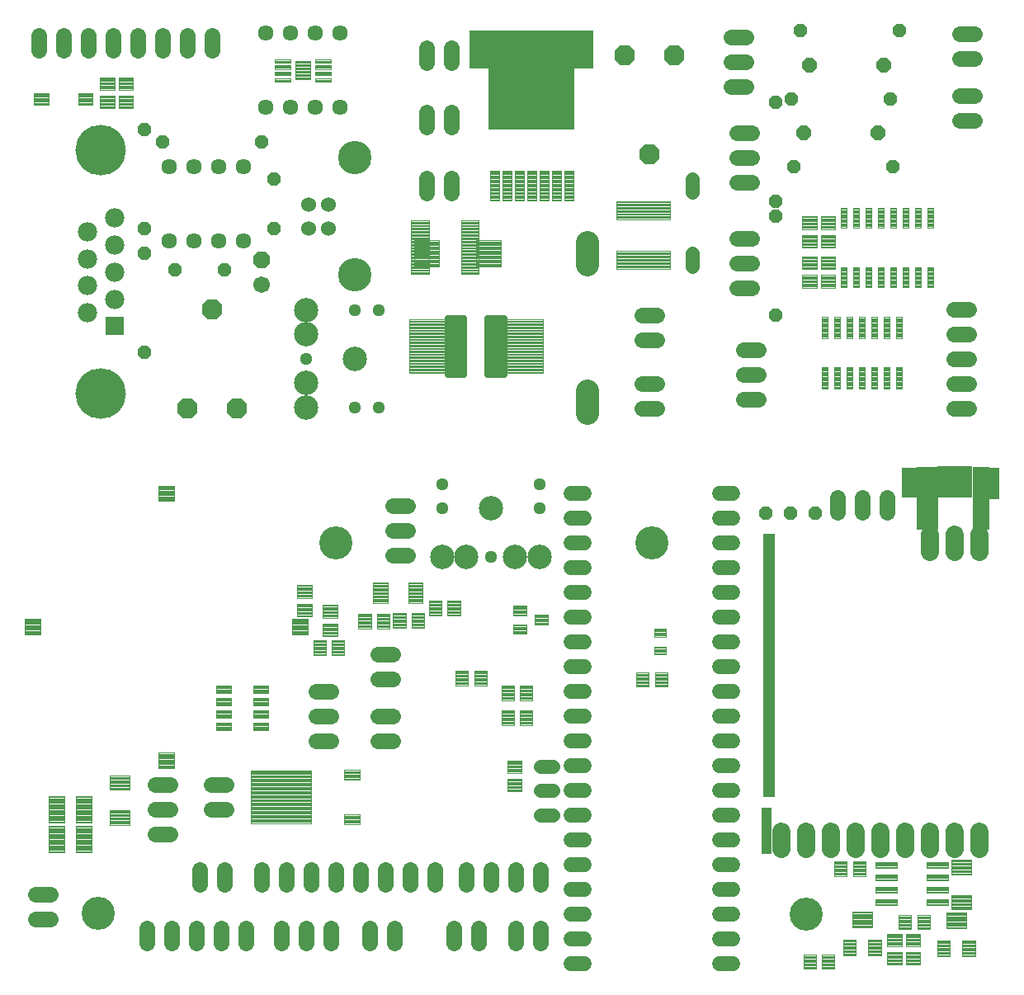
<source format=gts>
G75*
G70*
%OFA0B0*%
%FSLAX24Y24*%
%IPPOS*%
%LPD*%
%AMOC8*
5,1,8,0,0,1.08239X$1,22.5*
%
%ADD10C,0.1339*%
%ADD11R,0.0850X0.2550*%
%ADD12R,0.0700X0.2550*%
%ADD13R,0.1450X0.1200*%
%ADD14R,0.1100X0.1250*%
%ADD15R,0.0500X0.5350*%
%ADD16R,0.0200X0.1850*%
%ADD17R,0.0250X0.1850*%
%ADD18R,0.0500X1.0200*%
%ADD19R,0.3500X0.3750*%
%ADD20R,0.5000X0.1250*%
%ADD21R,0.5000X0.0250*%
%ADD22R,0.1400X0.1250*%
%ADD23C,0.0044*%
%ADD24C,0.0040*%
%ADD25C,0.0041*%
%ADD26C,0.0594*%
%ADD27C,0.0041*%
%ADD28C,0.0512*%
%ADD29C,0.0985*%
%ADD30C,0.0043*%
%ADD31C,0.0749*%
%ADD32C,0.0560*%
%ADD33C,0.0640*%
%ADD34OC8,0.0560*%
%ADD35C,0.0043*%
%ADD36C,0.0043*%
%ADD37C,0.0042*%
%ADD38OC8,0.0600*%
%ADD39C,0.0041*%
%ADD40C,0.0634*%
%ADD41R,0.0780X0.0780*%
%ADD42C,0.0780*%
%ADD43C,0.2040*%
%ADD44C,0.1346*%
%ADD45C,0.0602*%
%ADD46OC8,0.0670*%
%ADD47C,0.0670*%
%ADD48OC8,0.0808*%
%ADD49C,0.0043*%
%ADD50C,0.0263*%
%ADD51C,0.0925*%
%ADD52C,0.0046*%
%ADD53C,0.0047*%
%ADD54C,0.0042*%
%ADD55C,0.0041*%
D10*
X006274Y003301D03*
X015874Y018251D03*
X028624Y018251D03*
X034874Y003251D03*
D11*
X039749Y020076D03*
D12*
X041924Y020076D03*
D13*
X039449Y020701D03*
D14*
X042124Y020676D03*
D15*
X033374Y015976D03*
D16*
X033374Y006626D03*
D17*
X033199Y006626D03*
D18*
X033374Y013101D03*
D19*
X023774Y036826D03*
D20*
X023774Y038076D03*
D21*
X023774Y038826D03*
D22*
X040874Y020726D03*
D23*
X036042Y028573D02*
X036042Y029081D01*
X036042Y028573D02*
X035456Y028573D01*
X035456Y029081D01*
X036042Y029081D01*
X036042Y028616D02*
X035456Y028616D01*
X035456Y028659D02*
X036042Y028659D01*
X036042Y028702D02*
X035456Y028702D01*
X035456Y028745D02*
X036042Y028745D01*
X036042Y028788D02*
X035456Y028788D01*
X035456Y028831D02*
X036042Y028831D01*
X036042Y028874D02*
X035456Y028874D01*
X035456Y028917D02*
X036042Y028917D01*
X036042Y028960D02*
X035456Y028960D01*
X035456Y029003D02*
X036042Y029003D01*
X036042Y029046D02*
X035456Y029046D01*
X035292Y029081D02*
X035292Y028573D01*
X034706Y028573D01*
X034706Y029081D01*
X035292Y029081D01*
X035292Y028616D02*
X034706Y028616D01*
X034706Y028659D02*
X035292Y028659D01*
X035292Y028702D02*
X034706Y028702D01*
X034706Y028745D02*
X035292Y028745D01*
X035292Y028788D02*
X034706Y028788D01*
X034706Y028831D02*
X035292Y028831D01*
X035292Y028874D02*
X034706Y028874D01*
X034706Y028917D02*
X035292Y028917D01*
X035292Y028960D02*
X034706Y028960D01*
X034706Y029003D02*
X035292Y029003D01*
X035292Y029046D02*
X034706Y029046D01*
X035292Y029321D02*
X035292Y029829D01*
X035292Y029321D02*
X034706Y029321D01*
X034706Y029829D01*
X035292Y029829D01*
X035292Y029364D02*
X034706Y029364D01*
X034706Y029407D02*
X035292Y029407D01*
X035292Y029450D02*
X034706Y029450D01*
X034706Y029493D02*
X035292Y029493D01*
X035292Y029536D02*
X034706Y029536D01*
X034706Y029579D02*
X035292Y029579D01*
X035292Y029622D02*
X034706Y029622D01*
X034706Y029665D02*
X035292Y029665D01*
X035292Y029708D02*
X034706Y029708D01*
X034706Y029751D02*
X035292Y029751D01*
X035292Y029794D02*
X034706Y029794D01*
X034706Y030198D02*
X034706Y030706D01*
X035292Y030706D01*
X035292Y030198D01*
X034706Y030198D01*
X034706Y030241D02*
X035292Y030241D01*
X035292Y030284D02*
X034706Y030284D01*
X034706Y030327D02*
X035292Y030327D01*
X035292Y030370D02*
X034706Y030370D01*
X034706Y030413D02*
X035292Y030413D01*
X035292Y030456D02*
X034706Y030456D01*
X034706Y030499D02*
X035292Y030499D01*
X035292Y030542D02*
X034706Y030542D01*
X034706Y030585D02*
X035292Y030585D01*
X035292Y030628D02*
X034706Y030628D01*
X034706Y030671D02*
X035292Y030671D01*
X035456Y030706D02*
X035456Y030198D01*
X035456Y030706D02*
X036042Y030706D01*
X036042Y030198D01*
X035456Y030198D01*
X035456Y030241D02*
X036042Y030241D01*
X036042Y030284D02*
X035456Y030284D01*
X035456Y030327D02*
X036042Y030327D01*
X036042Y030370D02*
X035456Y030370D01*
X035456Y030413D02*
X036042Y030413D01*
X036042Y030456D02*
X035456Y030456D01*
X035456Y030499D02*
X036042Y030499D01*
X036042Y030542D02*
X035456Y030542D01*
X035456Y030585D02*
X036042Y030585D01*
X036042Y030628D02*
X035456Y030628D01*
X035456Y030671D02*
X036042Y030671D01*
X035456Y030946D02*
X035456Y031454D01*
X036042Y031454D01*
X036042Y030946D01*
X035456Y030946D01*
X035456Y030989D02*
X036042Y030989D01*
X036042Y031032D02*
X035456Y031032D01*
X035456Y031075D02*
X036042Y031075D01*
X036042Y031118D02*
X035456Y031118D01*
X035456Y031161D02*
X036042Y031161D01*
X036042Y031204D02*
X035456Y031204D01*
X035456Y031247D02*
X036042Y031247D01*
X036042Y031290D02*
X035456Y031290D01*
X035456Y031333D02*
X036042Y031333D01*
X036042Y031376D02*
X035456Y031376D01*
X035456Y031419D02*
X036042Y031419D01*
X034706Y031454D02*
X034706Y030946D01*
X034706Y031454D02*
X035292Y031454D01*
X035292Y030946D01*
X034706Y030946D01*
X034706Y030989D02*
X035292Y030989D01*
X035292Y031032D02*
X034706Y031032D01*
X034706Y031075D02*
X035292Y031075D01*
X035292Y031118D02*
X034706Y031118D01*
X034706Y031161D02*
X035292Y031161D01*
X035292Y031204D02*
X034706Y031204D01*
X034706Y031247D02*
X035292Y031247D01*
X035292Y031290D02*
X034706Y031290D01*
X034706Y031333D02*
X035292Y031333D01*
X035292Y031376D02*
X034706Y031376D01*
X034706Y031419D02*
X035292Y031419D01*
X036042Y029829D02*
X036042Y029321D01*
X035456Y029321D01*
X035456Y029829D01*
X036042Y029829D01*
X036042Y029364D02*
X035456Y029364D01*
X035456Y029407D02*
X036042Y029407D01*
X036042Y029450D02*
X035456Y029450D01*
X035456Y029493D02*
X036042Y029493D01*
X036042Y029536D02*
X035456Y029536D01*
X035456Y029579D02*
X036042Y029579D01*
X036042Y029622D02*
X035456Y029622D01*
X035456Y029665D02*
X036042Y029665D01*
X036042Y029708D02*
X035456Y029708D01*
X035456Y029751D02*
X036042Y029751D01*
X036042Y029794D02*
X035456Y029794D01*
X020877Y015333D02*
X020369Y015333D01*
X020369Y015919D01*
X020877Y015919D01*
X020877Y015333D01*
X020877Y015376D02*
X020369Y015376D01*
X020369Y015419D02*
X020877Y015419D01*
X020877Y015462D02*
X020369Y015462D01*
X020369Y015505D02*
X020877Y015505D01*
X020877Y015548D02*
X020369Y015548D01*
X020369Y015591D02*
X020877Y015591D01*
X020877Y015634D02*
X020369Y015634D01*
X020369Y015677D02*
X020877Y015677D01*
X020877Y015720D02*
X020369Y015720D01*
X020369Y015763D02*
X020877Y015763D01*
X020877Y015806D02*
X020369Y015806D01*
X020369Y015849D02*
X020877Y015849D01*
X020877Y015892D02*
X020369Y015892D01*
X020129Y015333D02*
X019621Y015333D01*
X019621Y015919D01*
X020129Y015919D01*
X020129Y015333D01*
X020129Y015376D02*
X019621Y015376D01*
X019621Y015419D02*
X020129Y015419D01*
X020129Y015462D02*
X019621Y015462D01*
X019621Y015505D02*
X020129Y015505D01*
X020129Y015548D02*
X019621Y015548D01*
X019621Y015591D02*
X020129Y015591D01*
X020129Y015634D02*
X019621Y015634D01*
X019621Y015677D02*
X020129Y015677D01*
X020129Y015720D02*
X019621Y015720D01*
X019621Y015763D02*
X020129Y015763D01*
X020129Y015806D02*
X019621Y015806D01*
X019621Y015849D02*
X020129Y015849D01*
X020129Y015892D02*
X019621Y015892D01*
X019376Y015840D02*
X018790Y015840D01*
X018790Y016662D01*
X019376Y016662D01*
X019376Y015840D01*
X019376Y015883D02*
X018790Y015883D01*
X018790Y015926D02*
X019376Y015926D01*
X019376Y015969D02*
X018790Y015969D01*
X018790Y016012D02*
X019376Y016012D01*
X019376Y016055D02*
X018790Y016055D01*
X018790Y016098D02*
X019376Y016098D01*
X019376Y016141D02*
X018790Y016141D01*
X018790Y016184D02*
X019376Y016184D01*
X019376Y016227D02*
X018790Y016227D01*
X018790Y016270D02*
X019376Y016270D01*
X019376Y016313D02*
X018790Y016313D01*
X018790Y016356D02*
X019376Y016356D01*
X019376Y016399D02*
X018790Y016399D01*
X018790Y016442D02*
X019376Y016442D01*
X019376Y016485D02*
X018790Y016485D01*
X018790Y016528D02*
X019376Y016528D01*
X019376Y016571D02*
X018790Y016571D01*
X018790Y016614D02*
X019376Y016614D01*
X019376Y016657D02*
X018790Y016657D01*
X017959Y015840D02*
X017373Y015840D01*
X017373Y016662D01*
X017959Y016662D01*
X017959Y015840D01*
X017959Y015883D02*
X017373Y015883D01*
X017373Y015926D02*
X017959Y015926D01*
X017959Y015969D02*
X017373Y015969D01*
X017373Y016012D02*
X017959Y016012D01*
X017959Y016055D02*
X017373Y016055D01*
X017373Y016098D02*
X017959Y016098D01*
X017959Y016141D02*
X017373Y016141D01*
X017373Y016184D02*
X017959Y016184D01*
X017959Y016227D02*
X017373Y016227D01*
X017373Y016270D02*
X017959Y016270D01*
X017959Y016313D02*
X017373Y016313D01*
X017373Y016356D02*
X017959Y016356D01*
X017959Y016399D02*
X017373Y016399D01*
X017373Y016442D02*
X017959Y016442D01*
X017959Y016485D02*
X017373Y016485D01*
X017373Y016528D02*
X017959Y016528D01*
X017959Y016571D02*
X017373Y016571D01*
X017373Y016614D02*
X017959Y016614D01*
X017959Y016657D02*
X017373Y016657D01*
X017279Y014808D02*
X016771Y014808D01*
X016771Y015394D01*
X017279Y015394D01*
X017279Y014808D01*
X017279Y014851D02*
X016771Y014851D01*
X016771Y014894D02*
X017279Y014894D01*
X017279Y014937D02*
X016771Y014937D01*
X016771Y014980D02*
X017279Y014980D01*
X017279Y015023D02*
X016771Y015023D01*
X016771Y015066D02*
X017279Y015066D01*
X017279Y015109D02*
X016771Y015109D01*
X016771Y015152D02*
X017279Y015152D01*
X017279Y015195D02*
X016771Y015195D01*
X016771Y015238D02*
X017279Y015238D01*
X017279Y015281D02*
X016771Y015281D01*
X016771Y015324D02*
X017279Y015324D01*
X017279Y015367D02*
X016771Y015367D01*
X017519Y014808D02*
X018027Y014808D01*
X017519Y014808D02*
X017519Y015394D01*
X018027Y015394D01*
X018027Y014808D01*
X018027Y014851D02*
X017519Y014851D01*
X017519Y014894D02*
X018027Y014894D01*
X018027Y014937D02*
X017519Y014937D01*
X017519Y014980D02*
X018027Y014980D01*
X018027Y015023D02*
X017519Y015023D01*
X017519Y015066D02*
X018027Y015066D01*
X018027Y015109D02*
X017519Y015109D01*
X017519Y015152D02*
X018027Y015152D01*
X018027Y015195D02*
X017519Y015195D01*
X017519Y015238D02*
X018027Y015238D01*
X018027Y015281D02*
X017519Y015281D01*
X017519Y015324D02*
X018027Y015324D01*
X018027Y015367D02*
X017519Y015367D01*
X018171Y015419D02*
X018679Y015419D01*
X018679Y014833D01*
X018171Y014833D01*
X018171Y015419D01*
X018171Y014876D02*
X018679Y014876D01*
X018679Y014919D02*
X018171Y014919D01*
X018171Y014962D02*
X018679Y014962D01*
X018679Y015005D02*
X018171Y015005D01*
X018171Y015048D02*
X018679Y015048D01*
X018679Y015091D02*
X018171Y015091D01*
X018171Y015134D02*
X018679Y015134D01*
X018679Y015177D02*
X018171Y015177D01*
X018171Y015220D02*
X018679Y015220D01*
X018679Y015263D02*
X018171Y015263D01*
X018171Y015306D02*
X018679Y015306D01*
X018679Y015349D02*
X018171Y015349D01*
X018171Y015392D02*
X018679Y015392D01*
X018919Y015419D02*
X019427Y015419D01*
X019427Y014833D01*
X018919Y014833D01*
X018919Y015419D01*
X018919Y014876D02*
X019427Y014876D01*
X019427Y014919D02*
X018919Y014919D01*
X018919Y014962D02*
X019427Y014962D01*
X019427Y015005D02*
X018919Y015005D01*
X018919Y015048D02*
X019427Y015048D01*
X019427Y015091D02*
X018919Y015091D01*
X018919Y015134D02*
X019427Y015134D01*
X019427Y015177D02*
X018919Y015177D01*
X018919Y015220D02*
X019427Y015220D01*
X019427Y015263D02*
X018919Y015263D01*
X018919Y015306D02*
X019427Y015306D01*
X019427Y015349D02*
X018919Y015349D01*
X018919Y015392D02*
X019427Y015392D01*
X020696Y012508D02*
X021204Y012508D01*
X020696Y012508D02*
X020696Y013094D01*
X021204Y013094D01*
X021204Y012508D01*
X021204Y012551D02*
X020696Y012551D01*
X020696Y012594D02*
X021204Y012594D01*
X021204Y012637D02*
X020696Y012637D01*
X020696Y012680D02*
X021204Y012680D01*
X021204Y012723D02*
X020696Y012723D01*
X020696Y012766D02*
X021204Y012766D01*
X021204Y012809D02*
X020696Y012809D01*
X020696Y012852D02*
X021204Y012852D01*
X021204Y012895D02*
X020696Y012895D01*
X020696Y012938D02*
X021204Y012938D01*
X021204Y012981D02*
X020696Y012981D01*
X020696Y013024D02*
X021204Y013024D01*
X021204Y013067D02*
X020696Y013067D01*
X021444Y012508D02*
X021952Y012508D01*
X021444Y012508D02*
X021444Y013094D01*
X021952Y013094D01*
X021952Y012508D01*
X021952Y012551D02*
X021444Y012551D01*
X021444Y012594D02*
X021952Y012594D01*
X021952Y012637D02*
X021444Y012637D01*
X021444Y012680D02*
X021952Y012680D01*
X021952Y012723D02*
X021444Y012723D01*
X021444Y012766D02*
X021952Y012766D01*
X021952Y012809D02*
X021444Y012809D01*
X021444Y012852D02*
X021952Y012852D01*
X021952Y012895D02*
X021444Y012895D01*
X021444Y012938D02*
X021952Y012938D01*
X021952Y012981D02*
X021444Y012981D01*
X021444Y013024D02*
X021952Y013024D01*
X021952Y013067D02*
X021444Y013067D01*
X022546Y011908D02*
X023054Y011908D01*
X022546Y011908D02*
X022546Y012494D01*
X023054Y012494D01*
X023054Y011908D01*
X023054Y011951D02*
X022546Y011951D01*
X022546Y011994D02*
X023054Y011994D01*
X023054Y012037D02*
X022546Y012037D01*
X022546Y012080D02*
X023054Y012080D01*
X023054Y012123D02*
X022546Y012123D01*
X022546Y012166D02*
X023054Y012166D01*
X023054Y012209D02*
X022546Y012209D01*
X022546Y012252D02*
X023054Y012252D01*
X023054Y012295D02*
X022546Y012295D01*
X022546Y012338D02*
X023054Y012338D01*
X023054Y012381D02*
X022546Y012381D01*
X022546Y012424D02*
X023054Y012424D01*
X023054Y012467D02*
X022546Y012467D01*
X023294Y011908D02*
X023802Y011908D01*
X023294Y011908D02*
X023294Y012494D01*
X023802Y012494D01*
X023802Y011908D01*
X023802Y011951D02*
X023294Y011951D01*
X023294Y011994D02*
X023802Y011994D01*
X023802Y012037D02*
X023294Y012037D01*
X023294Y012080D02*
X023802Y012080D01*
X023802Y012123D02*
X023294Y012123D01*
X023294Y012166D02*
X023802Y012166D01*
X023802Y012209D02*
X023294Y012209D01*
X023294Y012252D02*
X023802Y012252D01*
X023802Y012295D02*
X023294Y012295D01*
X023294Y012338D02*
X023802Y012338D01*
X023802Y012381D02*
X023294Y012381D01*
X023294Y012424D02*
X023802Y012424D01*
X023802Y012467D02*
X023294Y012467D01*
X023294Y011494D02*
X023802Y011494D01*
X023802Y010908D01*
X023294Y010908D01*
X023294Y011494D01*
X023294Y010951D02*
X023802Y010951D01*
X023802Y010994D02*
X023294Y010994D01*
X023294Y011037D02*
X023802Y011037D01*
X023802Y011080D02*
X023294Y011080D01*
X023294Y011123D02*
X023802Y011123D01*
X023802Y011166D02*
X023294Y011166D01*
X023294Y011209D02*
X023802Y011209D01*
X023802Y011252D02*
X023294Y011252D01*
X023294Y011295D02*
X023802Y011295D01*
X023802Y011338D02*
X023294Y011338D01*
X023294Y011381D02*
X023802Y011381D01*
X023802Y011424D02*
X023294Y011424D01*
X023294Y011467D02*
X023802Y011467D01*
X023054Y011494D02*
X022546Y011494D01*
X023054Y011494D02*
X023054Y010908D01*
X022546Y010908D01*
X022546Y011494D01*
X022546Y010951D02*
X023054Y010951D01*
X023054Y010994D02*
X022546Y010994D01*
X022546Y011037D02*
X023054Y011037D01*
X023054Y011080D02*
X022546Y011080D01*
X022546Y011123D02*
X023054Y011123D01*
X023054Y011166D02*
X022546Y011166D01*
X022546Y011209D02*
X023054Y011209D01*
X023054Y011252D02*
X022546Y011252D01*
X022546Y011295D02*
X023054Y011295D01*
X023054Y011338D02*
X022546Y011338D01*
X022546Y011381D02*
X023054Y011381D01*
X023054Y011424D02*
X022546Y011424D01*
X022546Y011467D02*
X023054Y011467D01*
X023367Y009479D02*
X023367Y008971D01*
X022781Y008971D01*
X022781Y009479D01*
X023367Y009479D01*
X023367Y009014D02*
X022781Y009014D01*
X022781Y009057D02*
X023367Y009057D01*
X023367Y009100D02*
X022781Y009100D01*
X022781Y009143D02*
X023367Y009143D01*
X023367Y009186D02*
X022781Y009186D01*
X022781Y009229D02*
X023367Y009229D01*
X023367Y009272D02*
X022781Y009272D01*
X022781Y009315D02*
X023367Y009315D01*
X023367Y009358D02*
X022781Y009358D01*
X022781Y009401D02*
X023367Y009401D01*
X023367Y009444D02*
X022781Y009444D01*
X023367Y008731D02*
X023367Y008223D01*
X022781Y008223D01*
X022781Y008731D01*
X023367Y008731D01*
X023367Y008266D02*
X022781Y008266D01*
X022781Y008309D02*
X023367Y008309D01*
X023367Y008352D02*
X022781Y008352D01*
X022781Y008395D02*
X023367Y008395D01*
X023367Y008438D02*
X022781Y008438D01*
X022781Y008481D02*
X023367Y008481D01*
X023367Y008524D02*
X022781Y008524D01*
X022781Y008567D02*
X023367Y008567D01*
X023367Y008610D02*
X022781Y008610D01*
X022781Y008653D02*
X023367Y008653D01*
X023367Y008696D02*
X022781Y008696D01*
X027996Y012458D02*
X028504Y012458D01*
X027996Y012458D02*
X027996Y013044D01*
X028504Y013044D01*
X028504Y012458D01*
X028504Y012501D02*
X027996Y012501D01*
X027996Y012544D02*
X028504Y012544D01*
X028504Y012587D02*
X027996Y012587D01*
X027996Y012630D02*
X028504Y012630D01*
X028504Y012673D02*
X027996Y012673D01*
X027996Y012716D02*
X028504Y012716D01*
X028504Y012759D02*
X027996Y012759D01*
X027996Y012802D02*
X028504Y012802D01*
X028504Y012845D02*
X027996Y012845D01*
X027996Y012888D02*
X028504Y012888D01*
X028504Y012931D02*
X027996Y012931D01*
X027996Y012974D02*
X028504Y012974D01*
X028504Y013017D02*
X027996Y013017D01*
X028744Y012458D02*
X029252Y012458D01*
X028744Y012458D02*
X028744Y013044D01*
X029252Y013044D01*
X029252Y012458D01*
X029252Y012501D02*
X028744Y012501D01*
X028744Y012544D02*
X029252Y012544D01*
X029252Y012587D02*
X028744Y012587D01*
X028744Y012630D02*
X029252Y012630D01*
X029252Y012673D02*
X028744Y012673D01*
X028744Y012716D02*
X029252Y012716D01*
X029252Y012759D02*
X028744Y012759D01*
X028744Y012802D02*
X029252Y012802D01*
X029252Y012845D02*
X028744Y012845D01*
X028744Y012888D02*
X029252Y012888D01*
X029252Y012931D02*
X028744Y012931D01*
X028744Y012974D02*
X029252Y012974D01*
X029252Y013017D02*
X028744Y013017D01*
X035996Y004808D02*
X036504Y004808D01*
X035996Y004808D02*
X035996Y005394D01*
X036504Y005394D01*
X036504Y004808D01*
X036504Y004851D02*
X035996Y004851D01*
X035996Y004894D02*
X036504Y004894D01*
X036504Y004937D02*
X035996Y004937D01*
X035996Y004980D02*
X036504Y004980D01*
X036504Y005023D02*
X035996Y005023D01*
X035996Y005066D02*
X036504Y005066D01*
X036504Y005109D02*
X035996Y005109D01*
X035996Y005152D02*
X036504Y005152D01*
X036504Y005195D02*
X035996Y005195D01*
X035996Y005238D02*
X036504Y005238D01*
X036504Y005281D02*
X035996Y005281D01*
X035996Y005324D02*
X036504Y005324D01*
X036504Y005367D02*
X035996Y005367D01*
X036744Y004808D02*
X037252Y004808D01*
X036744Y004808D02*
X036744Y005394D01*
X037252Y005394D01*
X037252Y004808D01*
X037252Y004851D02*
X036744Y004851D01*
X036744Y004894D02*
X037252Y004894D01*
X037252Y004937D02*
X036744Y004937D01*
X036744Y004980D02*
X037252Y004980D01*
X037252Y005023D02*
X036744Y005023D01*
X036744Y005066D02*
X037252Y005066D01*
X037252Y005109D02*
X036744Y005109D01*
X036744Y005152D02*
X037252Y005152D01*
X037252Y005195D02*
X036744Y005195D01*
X036744Y005238D02*
X037252Y005238D01*
X037252Y005281D02*
X036744Y005281D01*
X036744Y005324D02*
X037252Y005324D01*
X037252Y005367D02*
X036744Y005367D01*
X038596Y003244D02*
X039104Y003244D01*
X039104Y002658D01*
X038596Y002658D01*
X038596Y003244D01*
X038596Y002701D02*
X039104Y002701D01*
X039104Y002744D02*
X038596Y002744D01*
X038596Y002787D02*
X039104Y002787D01*
X039104Y002830D02*
X038596Y002830D01*
X038596Y002873D02*
X039104Y002873D01*
X039104Y002916D02*
X038596Y002916D01*
X038596Y002959D02*
X039104Y002959D01*
X039104Y003002D02*
X038596Y003002D01*
X038596Y003045D02*
X039104Y003045D01*
X039104Y003088D02*
X038596Y003088D01*
X038596Y003131D02*
X039104Y003131D01*
X039104Y003174D02*
X038596Y003174D01*
X038596Y003217D02*
X039104Y003217D01*
X039344Y003244D02*
X039852Y003244D01*
X039852Y002658D01*
X039344Y002658D01*
X039344Y003244D01*
X039344Y002701D02*
X039852Y002701D01*
X039852Y002744D02*
X039344Y002744D01*
X039344Y002787D02*
X039852Y002787D01*
X039852Y002830D02*
X039344Y002830D01*
X039344Y002873D02*
X039852Y002873D01*
X039852Y002916D02*
X039344Y002916D01*
X039344Y002959D02*
X039852Y002959D01*
X039852Y003002D02*
X039344Y003002D01*
X039344Y003045D02*
X039852Y003045D01*
X039852Y003088D02*
X039344Y003088D01*
X039344Y003131D02*
X039852Y003131D01*
X039852Y003174D02*
X039344Y003174D01*
X039344Y003217D02*
X039852Y003217D01*
X038881Y002479D02*
X038881Y001971D01*
X038881Y002479D02*
X039467Y002479D01*
X039467Y001971D01*
X038881Y001971D01*
X038881Y002014D02*
X039467Y002014D01*
X039467Y002057D02*
X038881Y002057D01*
X038881Y002100D02*
X039467Y002100D01*
X039467Y002143D02*
X038881Y002143D01*
X038881Y002186D02*
X039467Y002186D01*
X039467Y002229D02*
X038881Y002229D01*
X038881Y002272D02*
X039467Y002272D01*
X039467Y002315D02*
X038881Y002315D01*
X038881Y002358D02*
X039467Y002358D01*
X039467Y002401D02*
X038881Y002401D01*
X038881Y002444D02*
X039467Y002444D01*
X040168Y001567D02*
X040676Y001567D01*
X040168Y001567D02*
X040168Y002193D01*
X040676Y002193D01*
X040676Y001567D01*
X040676Y001610D02*
X040168Y001610D01*
X040168Y001653D02*
X040676Y001653D01*
X040676Y001696D02*
X040168Y001696D01*
X040168Y001739D02*
X040676Y001739D01*
X040676Y001782D02*
X040168Y001782D01*
X040168Y001825D02*
X040676Y001825D01*
X040676Y001868D02*
X040168Y001868D01*
X040168Y001911D02*
X040676Y001911D01*
X040676Y001954D02*
X040168Y001954D01*
X040168Y001997D02*
X040676Y001997D01*
X040676Y002040D02*
X040168Y002040D01*
X040168Y002083D02*
X040676Y002083D01*
X040676Y002126D02*
X040168Y002126D01*
X040168Y002169D02*
X040676Y002169D01*
X041172Y001567D02*
X041680Y001567D01*
X041172Y001567D02*
X041172Y002193D01*
X041680Y002193D01*
X041680Y001567D01*
X041680Y001610D02*
X041172Y001610D01*
X041172Y001653D02*
X041680Y001653D01*
X041680Y001696D02*
X041172Y001696D01*
X041172Y001739D02*
X041680Y001739D01*
X041680Y001782D02*
X041172Y001782D01*
X041172Y001825D02*
X041680Y001825D01*
X041680Y001868D02*
X041172Y001868D01*
X041172Y001911D02*
X041680Y001911D01*
X041680Y001954D02*
X041172Y001954D01*
X041172Y001997D02*
X041680Y001997D01*
X041680Y002040D02*
X041172Y002040D01*
X041172Y002083D02*
X041680Y002083D01*
X041680Y002126D02*
X041172Y002126D01*
X041172Y002169D02*
X041680Y002169D01*
X040713Y003449D02*
X040713Y004035D01*
X041535Y004035D01*
X041535Y003449D01*
X040713Y003449D01*
X040713Y003492D02*
X041535Y003492D01*
X041535Y003535D02*
X040713Y003535D01*
X040713Y003578D02*
X041535Y003578D01*
X041535Y003621D02*
X040713Y003621D01*
X040713Y003664D02*
X041535Y003664D01*
X041535Y003707D02*
X040713Y003707D01*
X040713Y003750D02*
X041535Y003750D01*
X041535Y003793D02*
X040713Y003793D01*
X040713Y003836D02*
X041535Y003836D01*
X041535Y003879D02*
X040713Y003879D01*
X040713Y003922D02*
X041535Y003922D01*
X041535Y003965D02*
X040713Y003965D01*
X040713Y004008D02*
X041535Y004008D01*
X040713Y004866D02*
X040713Y005452D01*
X041535Y005452D01*
X041535Y004866D01*
X040713Y004866D01*
X040713Y004909D02*
X041535Y004909D01*
X041535Y004952D02*
X040713Y004952D01*
X040713Y004995D02*
X041535Y004995D01*
X041535Y005038D02*
X040713Y005038D01*
X040713Y005081D02*
X041535Y005081D01*
X041535Y005124D02*
X040713Y005124D01*
X040713Y005167D02*
X041535Y005167D01*
X041535Y005210D02*
X040713Y005210D01*
X040713Y005253D02*
X041535Y005253D01*
X041535Y005296D02*
X040713Y005296D01*
X040713Y005339D02*
X041535Y005339D01*
X041535Y005382D02*
X040713Y005382D01*
X040713Y005425D02*
X041535Y005425D01*
X038131Y002479D02*
X038131Y001971D01*
X038131Y002479D02*
X038717Y002479D01*
X038717Y001971D01*
X038131Y001971D01*
X038131Y002014D02*
X038717Y002014D01*
X038717Y002057D02*
X038131Y002057D01*
X038131Y002100D02*
X038717Y002100D01*
X038717Y002143D02*
X038131Y002143D01*
X038131Y002186D02*
X038717Y002186D01*
X038717Y002229D02*
X038131Y002229D01*
X038131Y002272D02*
X038717Y002272D01*
X038717Y002315D02*
X038131Y002315D01*
X038131Y002358D02*
X038717Y002358D01*
X038717Y002401D02*
X038131Y002401D01*
X038131Y002444D02*
X038717Y002444D01*
X038131Y001731D02*
X038131Y001223D01*
X038131Y001731D02*
X038717Y001731D01*
X038717Y001223D01*
X038131Y001223D01*
X038131Y001266D02*
X038717Y001266D01*
X038717Y001309D02*
X038131Y001309D01*
X038131Y001352D02*
X038717Y001352D01*
X038717Y001395D02*
X038131Y001395D01*
X038131Y001438D02*
X038717Y001438D01*
X038717Y001481D02*
X038131Y001481D01*
X038131Y001524D02*
X038717Y001524D01*
X038717Y001567D02*
X038131Y001567D01*
X038131Y001610D02*
X038717Y001610D01*
X038717Y001653D02*
X038131Y001653D01*
X038131Y001696D02*
X038717Y001696D01*
X038881Y001731D02*
X038881Y001223D01*
X038881Y001731D02*
X039467Y001731D01*
X039467Y001223D01*
X038881Y001223D01*
X038881Y001266D02*
X039467Y001266D01*
X039467Y001309D02*
X038881Y001309D01*
X038881Y001352D02*
X039467Y001352D01*
X039467Y001395D02*
X038881Y001395D01*
X038881Y001438D02*
X039467Y001438D01*
X039467Y001481D02*
X038881Y001481D01*
X038881Y001524D02*
X039467Y001524D01*
X039467Y001567D02*
X038881Y001567D01*
X038881Y001610D02*
X039467Y001610D01*
X039467Y001653D02*
X038881Y001653D01*
X038881Y001696D02*
X039467Y001696D01*
X037880Y001592D02*
X037372Y001592D01*
X037372Y002218D01*
X037880Y002218D01*
X037880Y001592D01*
X037880Y001635D02*
X037372Y001635D01*
X037372Y001678D02*
X037880Y001678D01*
X037880Y001721D02*
X037372Y001721D01*
X037372Y001764D02*
X037880Y001764D01*
X037880Y001807D02*
X037372Y001807D01*
X037372Y001850D02*
X037880Y001850D01*
X037880Y001893D02*
X037372Y001893D01*
X037372Y001936D02*
X037880Y001936D01*
X037880Y001979D02*
X037372Y001979D01*
X037372Y002022D02*
X037880Y002022D01*
X037880Y002065D02*
X037372Y002065D01*
X037372Y002108D02*
X037880Y002108D01*
X037880Y002151D02*
X037372Y002151D01*
X037372Y002194D02*
X037880Y002194D01*
X036876Y001592D02*
X036368Y001592D01*
X036368Y002218D01*
X036876Y002218D01*
X036876Y001592D01*
X036876Y001635D02*
X036368Y001635D01*
X036368Y001678D02*
X036876Y001678D01*
X036876Y001721D02*
X036368Y001721D01*
X036368Y001764D02*
X036876Y001764D01*
X036876Y001807D02*
X036368Y001807D01*
X036368Y001850D02*
X036876Y001850D01*
X036876Y001893D02*
X036368Y001893D01*
X036368Y001936D02*
X036876Y001936D01*
X036876Y001979D02*
X036368Y001979D01*
X036368Y002022D02*
X036876Y002022D01*
X036876Y002065D02*
X036368Y002065D01*
X036368Y002108D02*
X036876Y002108D01*
X036876Y002151D02*
X036368Y002151D01*
X036368Y002194D02*
X036876Y002194D01*
X036002Y001644D02*
X035494Y001644D01*
X036002Y001644D02*
X036002Y001058D01*
X035494Y001058D01*
X035494Y001644D01*
X035494Y001101D02*
X036002Y001101D01*
X036002Y001144D02*
X035494Y001144D01*
X035494Y001187D02*
X036002Y001187D01*
X036002Y001230D02*
X035494Y001230D01*
X035494Y001273D02*
X036002Y001273D01*
X036002Y001316D02*
X035494Y001316D01*
X035494Y001359D02*
X036002Y001359D01*
X036002Y001402D02*
X035494Y001402D01*
X035494Y001445D02*
X036002Y001445D01*
X036002Y001488D02*
X035494Y001488D01*
X035494Y001531D02*
X036002Y001531D01*
X036002Y001574D02*
X035494Y001574D01*
X035494Y001617D02*
X036002Y001617D01*
X035254Y001644D02*
X034746Y001644D01*
X035254Y001644D02*
X035254Y001058D01*
X034746Y001058D01*
X034746Y001644D01*
X034746Y001101D02*
X035254Y001101D01*
X035254Y001144D02*
X034746Y001144D01*
X034746Y001187D02*
X035254Y001187D01*
X035254Y001230D02*
X034746Y001230D01*
X034746Y001273D02*
X035254Y001273D01*
X035254Y001316D02*
X034746Y001316D01*
X034746Y001359D02*
X035254Y001359D01*
X035254Y001402D02*
X034746Y001402D01*
X034746Y001445D02*
X035254Y001445D01*
X035254Y001488D02*
X034746Y001488D01*
X034746Y001531D02*
X035254Y001531D01*
X035254Y001574D02*
X034746Y001574D01*
X034746Y001617D02*
X035254Y001617D01*
X016202Y013733D02*
X015694Y013733D01*
X015694Y014319D01*
X016202Y014319D01*
X016202Y013733D01*
X016202Y013776D02*
X015694Y013776D01*
X015694Y013819D02*
X016202Y013819D01*
X016202Y013862D02*
X015694Y013862D01*
X015694Y013905D02*
X016202Y013905D01*
X016202Y013948D02*
X015694Y013948D01*
X015694Y013991D02*
X016202Y013991D01*
X016202Y014034D02*
X015694Y014034D01*
X015694Y014077D02*
X016202Y014077D01*
X016202Y014120D02*
X015694Y014120D01*
X015694Y014163D02*
X016202Y014163D01*
X016202Y014206D02*
X015694Y014206D01*
X015694Y014249D02*
X016202Y014249D01*
X016202Y014292D02*
X015694Y014292D01*
X015454Y013733D02*
X014946Y013733D01*
X014946Y014319D01*
X015454Y014319D01*
X015454Y013733D01*
X015454Y013776D02*
X014946Y013776D01*
X014946Y013819D02*
X015454Y013819D01*
X015454Y013862D02*
X014946Y013862D01*
X014946Y013905D02*
X015454Y013905D01*
X015454Y013948D02*
X014946Y013948D01*
X014946Y013991D02*
X015454Y013991D01*
X015454Y014034D02*
X014946Y014034D01*
X014946Y014077D02*
X015454Y014077D01*
X015454Y014120D02*
X014946Y014120D01*
X014946Y014163D02*
X015454Y014163D01*
X015454Y014206D02*
X014946Y014206D01*
X014946Y014249D02*
X015454Y014249D01*
X015454Y014292D02*
X014946Y014292D01*
X015331Y014498D02*
X015331Y015006D01*
X015917Y015006D01*
X015917Y014498D01*
X015331Y014498D01*
X015331Y014541D02*
X015917Y014541D01*
X015917Y014584D02*
X015331Y014584D01*
X015331Y014627D02*
X015917Y014627D01*
X015917Y014670D02*
X015331Y014670D01*
X015331Y014713D02*
X015917Y014713D01*
X015917Y014756D02*
X015331Y014756D01*
X015331Y014799D02*
X015917Y014799D01*
X015917Y014842D02*
X015331Y014842D01*
X015331Y014885D02*
X015917Y014885D01*
X015917Y014928D02*
X015331Y014928D01*
X015331Y014971D02*
X015917Y014971D01*
X015331Y015246D02*
X015331Y015754D01*
X015917Y015754D01*
X015917Y015246D01*
X015331Y015246D01*
X015331Y015289D02*
X015917Y015289D01*
X015917Y015332D02*
X015331Y015332D01*
X015331Y015375D02*
X015917Y015375D01*
X015917Y015418D02*
X015331Y015418D01*
X015331Y015461D02*
X015917Y015461D01*
X015917Y015504D02*
X015331Y015504D01*
X015331Y015547D02*
X015917Y015547D01*
X015917Y015590D02*
X015331Y015590D01*
X015331Y015633D02*
X015917Y015633D01*
X015917Y015676D02*
X015331Y015676D01*
X015331Y015719D02*
X015917Y015719D01*
X014306Y015806D02*
X014306Y015298D01*
X014306Y015806D02*
X014892Y015806D01*
X014892Y015298D01*
X014306Y015298D01*
X014306Y015341D02*
X014892Y015341D01*
X014892Y015384D02*
X014306Y015384D01*
X014306Y015427D02*
X014892Y015427D01*
X014892Y015470D02*
X014306Y015470D01*
X014306Y015513D02*
X014892Y015513D01*
X014892Y015556D02*
X014306Y015556D01*
X014306Y015599D02*
X014892Y015599D01*
X014892Y015642D02*
X014306Y015642D01*
X014306Y015685D02*
X014892Y015685D01*
X014892Y015728D02*
X014306Y015728D01*
X014306Y015771D02*
X014892Y015771D01*
X014306Y016046D02*
X014306Y016554D01*
X014892Y016554D01*
X014892Y016046D01*
X014306Y016046D01*
X014306Y016089D02*
X014892Y016089D01*
X014892Y016132D02*
X014306Y016132D01*
X014306Y016175D02*
X014892Y016175D01*
X014892Y016218D02*
X014306Y016218D01*
X014306Y016261D02*
X014892Y016261D01*
X014892Y016304D02*
X014306Y016304D01*
X014306Y016347D02*
X014892Y016347D01*
X014892Y016390D02*
X014306Y016390D01*
X014306Y016433D02*
X014892Y016433D01*
X014892Y016476D02*
X014306Y016476D01*
X014306Y016519D02*
X014892Y016519D01*
X007535Y008877D02*
X007535Y008291D01*
X006713Y008291D01*
X006713Y008877D01*
X007535Y008877D01*
X007535Y008334D02*
X006713Y008334D01*
X006713Y008377D02*
X007535Y008377D01*
X007535Y008420D02*
X006713Y008420D01*
X006713Y008463D02*
X007535Y008463D01*
X007535Y008506D02*
X006713Y008506D01*
X006713Y008549D02*
X007535Y008549D01*
X007535Y008592D02*
X006713Y008592D01*
X006713Y008635D02*
X007535Y008635D01*
X007535Y008678D02*
X006713Y008678D01*
X006713Y008721D02*
X007535Y008721D01*
X007535Y008764D02*
X006713Y008764D01*
X006713Y008807D02*
X007535Y008807D01*
X007535Y008850D02*
X006713Y008850D01*
X007535Y007460D02*
X007535Y006874D01*
X006713Y006874D01*
X006713Y007460D01*
X007535Y007460D01*
X007535Y006917D02*
X006713Y006917D01*
X006713Y006960D02*
X007535Y006960D01*
X007535Y007003D02*
X006713Y007003D01*
X006713Y007046D02*
X007535Y007046D01*
X007535Y007089D02*
X006713Y007089D01*
X006713Y007132D02*
X007535Y007132D01*
X007535Y007175D02*
X006713Y007175D01*
X006713Y007218D02*
X007535Y007218D01*
X007535Y007261D02*
X006713Y007261D01*
X006713Y007304D02*
X007535Y007304D01*
X007535Y007347D02*
X006713Y007347D01*
X006713Y007390D02*
X007535Y007390D01*
X007535Y007433D02*
X006713Y007433D01*
X006917Y035823D02*
X006917Y036331D01*
X006917Y035823D02*
X006331Y035823D01*
X006331Y036331D01*
X006917Y036331D01*
X006917Y035866D02*
X006331Y035866D01*
X006331Y035909D02*
X006917Y035909D01*
X006917Y035952D02*
X006331Y035952D01*
X006331Y035995D02*
X006917Y035995D01*
X006917Y036038D02*
X006331Y036038D01*
X006331Y036081D02*
X006917Y036081D01*
X006917Y036124D02*
X006331Y036124D01*
X006331Y036167D02*
X006917Y036167D01*
X006917Y036210D02*
X006331Y036210D01*
X006331Y036253D02*
X006917Y036253D01*
X006917Y036296D02*
X006331Y036296D01*
X006917Y036571D02*
X006917Y037079D01*
X006917Y036571D02*
X006331Y036571D01*
X006331Y037079D01*
X006917Y037079D01*
X006917Y036614D02*
X006331Y036614D01*
X006331Y036657D02*
X006917Y036657D01*
X006917Y036700D02*
X006331Y036700D01*
X006331Y036743D02*
X006917Y036743D01*
X006917Y036786D02*
X006331Y036786D01*
X006331Y036829D02*
X006917Y036829D01*
X006917Y036872D02*
X006331Y036872D01*
X006331Y036915D02*
X006917Y036915D01*
X006917Y036958D02*
X006331Y036958D01*
X006331Y037001D02*
X006917Y037001D01*
X006917Y037044D02*
X006331Y037044D01*
X007667Y037079D02*
X007667Y036571D01*
X007081Y036571D01*
X007081Y037079D01*
X007667Y037079D01*
X007667Y036614D02*
X007081Y036614D01*
X007081Y036657D02*
X007667Y036657D01*
X007667Y036700D02*
X007081Y036700D01*
X007081Y036743D02*
X007667Y036743D01*
X007667Y036786D02*
X007081Y036786D01*
X007081Y036829D02*
X007667Y036829D01*
X007667Y036872D02*
X007081Y036872D01*
X007081Y036915D02*
X007667Y036915D01*
X007667Y036958D02*
X007081Y036958D01*
X007081Y037001D02*
X007667Y037001D01*
X007667Y037044D02*
X007081Y037044D01*
X007667Y036331D02*
X007667Y035823D01*
X007081Y035823D01*
X007081Y036331D01*
X007667Y036331D01*
X007667Y035866D02*
X007081Y035866D01*
X007081Y035909D02*
X007667Y035909D01*
X007667Y035952D02*
X007081Y035952D01*
X007081Y035995D02*
X007667Y035995D01*
X007667Y036038D02*
X007081Y036038D01*
X007081Y036081D02*
X007667Y036081D01*
X007667Y036124D02*
X007081Y036124D01*
X007081Y036167D02*
X007667Y036167D01*
X007667Y036210D02*
X007081Y036210D01*
X007081Y036253D02*
X007667Y036253D01*
X007667Y036296D02*
X007081Y036296D01*
D24*
X009321Y020578D02*
X009321Y019948D01*
X008691Y019948D01*
X008691Y020578D01*
X009321Y020578D01*
X009321Y019987D02*
X008691Y019987D01*
X008691Y020026D02*
X009321Y020026D01*
X009321Y020065D02*
X008691Y020065D01*
X008691Y020104D02*
X009321Y020104D01*
X009321Y020143D02*
X008691Y020143D01*
X008691Y020182D02*
X009321Y020182D01*
X009321Y020221D02*
X008691Y020221D01*
X008691Y020260D02*
X009321Y020260D01*
X009321Y020299D02*
X008691Y020299D01*
X008691Y020338D02*
X009321Y020338D01*
X009321Y020377D02*
X008691Y020377D01*
X008691Y020416D02*
X009321Y020416D01*
X009321Y020455D02*
X008691Y020455D01*
X008691Y020494D02*
X009321Y020494D01*
X009321Y020533D02*
X008691Y020533D01*
X008691Y020572D02*
X009321Y020572D01*
X014715Y015184D02*
X014715Y014554D01*
X014085Y014554D01*
X014085Y015184D01*
X014715Y015184D01*
X014715Y014593D02*
X014085Y014593D01*
X014085Y014632D02*
X014715Y014632D01*
X014715Y014671D02*
X014085Y014671D01*
X014085Y014710D02*
X014715Y014710D01*
X014715Y014749D02*
X014085Y014749D01*
X014085Y014788D02*
X014715Y014788D01*
X014715Y014827D02*
X014085Y014827D01*
X014085Y014866D02*
X014715Y014866D01*
X014715Y014905D02*
X014085Y014905D01*
X014085Y014944D02*
X014715Y014944D01*
X014715Y014983D02*
X014085Y014983D01*
X014085Y015022D02*
X014715Y015022D01*
X014715Y015061D02*
X014085Y015061D01*
X014085Y015100D02*
X014715Y015100D01*
X014715Y015139D02*
X014085Y015139D01*
X014085Y015178D02*
X014715Y015178D01*
X009321Y009790D02*
X009321Y009160D01*
X008691Y009160D01*
X008691Y009790D01*
X009321Y009790D01*
X009321Y009199D02*
X008691Y009199D01*
X008691Y009238D02*
X009321Y009238D01*
X009321Y009277D02*
X008691Y009277D01*
X008691Y009316D02*
X009321Y009316D01*
X009321Y009355D02*
X008691Y009355D01*
X008691Y009394D02*
X009321Y009394D01*
X009321Y009433D02*
X008691Y009433D01*
X008691Y009472D02*
X009321Y009472D01*
X009321Y009511D02*
X008691Y009511D01*
X008691Y009550D02*
X009321Y009550D01*
X009321Y009589D02*
X008691Y009589D01*
X008691Y009628D02*
X009321Y009628D01*
X009321Y009667D02*
X008691Y009667D01*
X008691Y009706D02*
X009321Y009706D01*
X009321Y009745D02*
X008691Y009745D01*
X008691Y009784D02*
X009321Y009784D01*
X005991Y008032D02*
X005361Y008032D01*
X005991Y008032D02*
X005991Y006970D01*
X005361Y006970D01*
X005361Y008032D01*
X005361Y007009D02*
X005991Y007009D01*
X005991Y007048D02*
X005361Y007048D01*
X005361Y007087D02*
X005991Y007087D01*
X005991Y007126D02*
X005361Y007126D01*
X005361Y007165D02*
X005991Y007165D01*
X005991Y007204D02*
X005361Y007204D01*
X005361Y007243D02*
X005991Y007243D01*
X005991Y007282D02*
X005361Y007282D01*
X005361Y007321D02*
X005991Y007321D01*
X005991Y007360D02*
X005361Y007360D01*
X005361Y007399D02*
X005991Y007399D01*
X005991Y007438D02*
X005361Y007438D01*
X005361Y007477D02*
X005991Y007477D01*
X005991Y007516D02*
X005361Y007516D01*
X005361Y007555D02*
X005991Y007555D01*
X005991Y007594D02*
X005361Y007594D01*
X005361Y007633D02*
X005991Y007633D01*
X005991Y007672D02*
X005361Y007672D01*
X005361Y007711D02*
X005991Y007711D01*
X005991Y007750D02*
X005361Y007750D01*
X005361Y007789D02*
X005991Y007789D01*
X005991Y007828D02*
X005361Y007828D01*
X005361Y007867D02*
X005991Y007867D01*
X005991Y007906D02*
X005361Y007906D01*
X005361Y007945D02*
X005991Y007945D01*
X005991Y007984D02*
X005361Y007984D01*
X005361Y008023D02*
X005991Y008023D01*
X004888Y008032D02*
X004258Y008032D01*
X004888Y008032D02*
X004888Y006970D01*
X004258Y006970D01*
X004258Y008032D01*
X004258Y007009D02*
X004888Y007009D01*
X004888Y007048D02*
X004258Y007048D01*
X004258Y007087D02*
X004888Y007087D01*
X004888Y007126D02*
X004258Y007126D01*
X004258Y007165D02*
X004888Y007165D01*
X004888Y007204D02*
X004258Y007204D01*
X004258Y007243D02*
X004888Y007243D01*
X004888Y007282D02*
X004258Y007282D01*
X004258Y007321D02*
X004888Y007321D01*
X004888Y007360D02*
X004258Y007360D01*
X004258Y007399D02*
X004888Y007399D01*
X004888Y007438D02*
X004258Y007438D01*
X004258Y007477D02*
X004888Y007477D01*
X004888Y007516D02*
X004258Y007516D01*
X004258Y007555D02*
X004888Y007555D01*
X004888Y007594D02*
X004258Y007594D01*
X004258Y007633D02*
X004888Y007633D01*
X004888Y007672D02*
X004258Y007672D01*
X004258Y007711D02*
X004888Y007711D01*
X004888Y007750D02*
X004258Y007750D01*
X004258Y007789D02*
X004888Y007789D01*
X004888Y007828D02*
X004258Y007828D01*
X004258Y007867D02*
X004888Y007867D01*
X004888Y007906D02*
X004258Y007906D01*
X004258Y007945D02*
X004888Y007945D01*
X004888Y007984D02*
X004258Y007984D01*
X004258Y008023D02*
X004888Y008023D01*
X004888Y006832D02*
X004258Y006832D01*
X004888Y006832D02*
X004888Y005770D01*
X004258Y005770D01*
X004258Y006832D01*
X004258Y005809D02*
X004888Y005809D01*
X004888Y005848D02*
X004258Y005848D01*
X004258Y005887D02*
X004888Y005887D01*
X004888Y005926D02*
X004258Y005926D01*
X004258Y005965D02*
X004888Y005965D01*
X004888Y006004D02*
X004258Y006004D01*
X004258Y006043D02*
X004888Y006043D01*
X004888Y006082D02*
X004258Y006082D01*
X004258Y006121D02*
X004888Y006121D01*
X004888Y006160D02*
X004258Y006160D01*
X004258Y006199D02*
X004888Y006199D01*
X004888Y006238D02*
X004258Y006238D01*
X004258Y006277D02*
X004888Y006277D01*
X004888Y006316D02*
X004258Y006316D01*
X004258Y006355D02*
X004888Y006355D01*
X004888Y006394D02*
X004258Y006394D01*
X004258Y006433D02*
X004888Y006433D01*
X004888Y006472D02*
X004258Y006472D01*
X004258Y006511D02*
X004888Y006511D01*
X004888Y006550D02*
X004258Y006550D01*
X004258Y006589D02*
X004888Y006589D01*
X004888Y006628D02*
X004258Y006628D01*
X004258Y006667D02*
X004888Y006667D01*
X004888Y006706D02*
X004258Y006706D01*
X004258Y006745D02*
X004888Y006745D01*
X004888Y006784D02*
X004258Y006784D01*
X004258Y006823D02*
X004888Y006823D01*
X005361Y006832D02*
X005991Y006832D01*
X005991Y005770D01*
X005361Y005770D01*
X005361Y006832D01*
X005361Y005809D02*
X005991Y005809D01*
X005991Y005848D02*
X005361Y005848D01*
X005361Y005887D02*
X005991Y005887D01*
X005991Y005926D02*
X005361Y005926D01*
X005361Y005965D02*
X005991Y005965D01*
X005991Y006004D02*
X005361Y006004D01*
X005361Y006043D02*
X005991Y006043D01*
X005991Y006082D02*
X005361Y006082D01*
X005361Y006121D02*
X005991Y006121D01*
X005991Y006160D02*
X005361Y006160D01*
X005361Y006199D02*
X005991Y006199D01*
X005991Y006238D02*
X005361Y006238D01*
X005361Y006277D02*
X005991Y006277D01*
X005991Y006316D02*
X005361Y006316D01*
X005361Y006355D02*
X005991Y006355D01*
X005991Y006394D02*
X005361Y006394D01*
X005361Y006433D02*
X005991Y006433D01*
X005991Y006472D02*
X005361Y006472D01*
X005361Y006511D02*
X005991Y006511D01*
X005991Y006550D02*
X005361Y006550D01*
X005361Y006589D02*
X005991Y006589D01*
X005991Y006628D02*
X005361Y006628D01*
X005361Y006667D02*
X005991Y006667D01*
X005991Y006706D02*
X005361Y006706D01*
X005361Y006745D02*
X005991Y006745D01*
X005991Y006784D02*
X005361Y006784D01*
X005361Y006823D02*
X005991Y006823D01*
X003928Y014554D02*
X003928Y015184D01*
X003928Y014554D02*
X003298Y014554D01*
X003298Y015184D01*
X003928Y015184D01*
X003928Y014593D02*
X003298Y014593D01*
X003298Y014632D02*
X003928Y014632D01*
X003928Y014671D02*
X003298Y014671D01*
X003298Y014710D02*
X003928Y014710D01*
X003928Y014749D02*
X003298Y014749D01*
X003298Y014788D02*
X003928Y014788D01*
X003928Y014827D02*
X003298Y014827D01*
X003298Y014866D02*
X003928Y014866D01*
X003928Y014905D02*
X003298Y014905D01*
X003298Y014944D02*
X003928Y014944D01*
X003928Y014983D02*
X003298Y014983D01*
X003298Y015022D02*
X003928Y015022D01*
X003928Y015061D02*
X003298Y015061D01*
X003298Y015100D02*
X003928Y015100D01*
X003928Y015139D02*
X003298Y015139D01*
X003298Y015178D02*
X003928Y015178D01*
X036731Y002732D02*
X037517Y002732D01*
X036731Y002732D02*
X036731Y003362D01*
X037517Y003362D01*
X037517Y002732D01*
X037517Y002771D02*
X036731Y002771D01*
X036731Y002810D02*
X037517Y002810D01*
X037517Y002849D02*
X036731Y002849D01*
X036731Y002888D02*
X037517Y002888D01*
X037517Y002927D02*
X036731Y002927D01*
X036731Y002966D02*
X037517Y002966D01*
X037517Y003005D02*
X036731Y003005D01*
X036731Y003044D02*
X037517Y003044D01*
X037517Y003083D02*
X036731Y003083D01*
X036731Y003122D02*
X037517Y003122D01*
X037517Y003161D02*
X036731Y003161D01*
X036731Y003200D02*
X037517Y003200D01*
X037517Y003239D02*
X036731Y003239D01*
X036731Y003278D02*
X037517Y003278D01*
X037517Y003317D02*
X036731Y003317D01*
X036731Y003356D02*
X037517Y003356D01*
X040531Y002707D02*
X041317Y002707D01*
X040531Y002707D02*
X040531Y003337D01*
X041317Y003337D01*
X041317Y002707D01*
X041317Y002746D02*
X040531Y002746D01*
X040531Y002785D02*
X041317Y002785D01*
X041317Y002824D02*
X040531Y002824D01*
X040531Y002863D02*
X041317Y002863D01*
X041317Y002902D02*
X040531Y002902D01*
X040531Y002941D02*
X041317Y002941D01*
X041317Y002980D02*
X040531Y002980D01*
X040531Y003019D02*
X041317Y003019D01*
X041317Y003058D02*
X040531Y003058D01*
X040531Y003097D02*
X041317Y003097D01*
X041317Y003136D02*
X040531Y003136D01*
X040531Y003175D02*
X041317Y003175D01*
X041317Y003214D02*
X040531Y003214D01*
X040531Y003253D02*
X041317Y003253D01*
X041317Y003292D02*
X040531Y003292D01*
X040531Y003331D02*
X041317Y003331D01*
D25*
X039715Y003633D02*
X039715Y003869D01*
X040581Y003869D01*
X040581Y003633D01*
X039715Y003633D01*
X039715Y003673D02*
X040581Y003673D01*
X040581Y003713D02*
X039715Y003713D01*
X039715Y003753D02*
X040581Y003753D01*
X040581Y003793D02*
X039715Y003793D01*
X039715Y003833D02*
X040581Y003833D01*
X039715Y004133D02*
X039715Y004369D01*
X040581Y004369D01*
X040581Y004133D01*
X039715Y004133D01*
X039715Y004173D02*
X040581Y004173D01*
X040581Y004213D02*
X039715Y004213D01*
X039715Y004253D02*
X040581Y004253D01*
X040581Y004293D02*
X039715Y004293D01*
X039715Y004333D02*
X040581Y004333D01*
X039715Y004633D02*
X039715Y004869D01*
X040581Y004869D01*
X040581Y004633D01*
X039715Y004633D01*
X039715Y004673D02*
X040581Y004673D01*
X040581Y004713D02*
X039715Y004713D01*
X039715Y004753D02*
X040581Y004753D01*
X040581Y004793D02*
X039715Y004793D01*
X039715Y004833D02*
X040581Y004833D01*
X039715Y005133D02*
X039715Y005369D01*
X040581Y005369D01*
X040581Y005133D01*
X039715Y005133D01*
X039715Y005173D02*
X040581Y005173D01*
X040581Y005213D02*
X039715Y005213D01*
X039715Y005253D02*
X040581Y005253D01*
X040581Y005293D02*
X039715Y005293D01*
X039715Y005333D02*
X040581Y005333D01*
X037668Y005369D02*
X037668Y005133D01*
X037668Y005369D02*
X038534Y005369D01*
X038534Y005133D01*
X037668Y005133D01*
X037668Y005173D02*
X038534Y005173D01*
X038534Y005213D02*
X037668Y005213D01*
X037668Y005253D02*
X038534Y005253D01*
X038534Y005293D02*
X037668Y005293D01*
X037668Y005333D02*
X038534Y005333D01*
X037668Y004869D02*
X037668Y004633D01*
X037668Y004869D02*
X038534Y004869D01*
X038534Y004633D01*
X037668Y004633D01*
X037668Y004673D02*
X038534Y004673D01*
X038534Y004713D02*
X037668Y004713D01*
X037668Y004753D02*
X038534Y004753D01*
X038534Y004793D02*
X037668Y004793D01*
X037668Y004833D02*
X038534Y004833D01*
X037668Y004369D02*
X037668Y004133D01*
X037668Y004369D02*
X038534Y004369D01*
X038534Y004133D01*
X037668Y004133D01*
X037668Y004173D02*
X038534Y004173D01*
X038534Y004213D02*
X037668Y004213D01*
X037668Y004253D02*
X038534Y004253D01*
X038534Y004293D02*
X037668Y004293D01*
X037668Y004333D02*
X038534Y004333D01*
X037668Y003869D02*
X037668Y003633D01*
X037668Y003869D02*
X038534Y003869D01*
X038534Y003633D01*
X037668Y003633D01*
X037668Y003673D02*
X038534Y003673D01*
X038534Y003713D02*
X037668Y003713D01*
X037668Y003753D02*
X038534Y003753D01*
X038534Y003793D02*
X037668Y003793D01*
X037668Y003833D02*
X038534Y003833D01*
X038506Y025360D02*
X038742Y025360D01*
X038742Y024494D01*
X038506Y024494D01*
X038506Y025360D01*
X038506Y024534D02*
X038742Y024534D01*
X038742Y024574D02*
X038506Y024574D01*
X038506Y024614D02*
X038742Y024614D01*
X038742Y024654D02*
X038506Y024654D01*
X038506Y024694D02*
X038742Y024694D01*
X038742Y024734D02*
X038506Y024734D01*
X038506Y024774D02*
X038742Y024774D01*
X038742Y024814D02*
X038506Y024814D01*
X038506Y024854D02*
X038742Y024854D01*
X038742Y024894D02*
X038506Y024894D01*
X038506Y024934D02*
X038742Y024934D01*
X038742Y024974D02*
X038506Y024974D01*
X038506Y025014D02*
X038742Y025014D01*
X038742Y025054D02*
X038506Y025054D01*
X038506Y025094D02*
X038742Y025094D01*
X038742Y025134D02*
X038506Y025134D01*
X038506Y025174D02*
X038742Y025174D01*
X038742Y025214D02*
X038506Y025214D01*
X038506Y025254D02*
X038742Y025254D01*
X038742Y025294D02*
X038506Y025294D01*
X038506Y025334D02*
X038742Y025334D01*
X038242Y025360D02*
X038006Y025360D01*
X038242Y025360D02*
X038242Y024494D01*
X038006Y024494D01*
X038006Y025360D01*
X038006Y024534D02*
X038242Y024534D01*
X038242Y024574D02*
X038006Y024574D01*
X038006Y024614D02*
X038242Y024614D01*
X038242Y024654D02*
X038006Y024654D01*
X038006Y024694D02*
X038242Y024694D01*
X038242Y024734D02*
X038006Y024734D01*
X038006Y024774D02*
X038242Y024774D01*
X038242Y024814D02*
X038006Y024814D01*
X038006Y024854D02*
X038242Y024854D01*
X038242Y024894D02*
X038006Y024894D01*
X038006Y024934D02*
X038242Y024934D01*
X038242Y024974D02*
X038006Y024974D01*
X038006Y025014D02*
X038242Y025014D01*
X038242Y025054D02*
X038006Y025054D01*
X038006Y025094D02*
X038242Y025094D01*
X038242Y025134D02*
X038006Y025134D01*
X038006Y025174D02*
X038242Y025174D01*
X038242Y025214D02*
X038006Y025214D01*
X038006Y025254D02*
X038242Y025254D01*
X038242Y025294D02*
X038006Y025294D01*
X038006Y025334D02*
X038242Y025334D01*
X037742Y025360D02*
X037506Y025360D01*
X037742Y025360D02*
X037742Y024494D01*
X037506Y024494D01*
X037506Y025360D01*
X037506Y024534D02*
X037742Y024534D01*
X037742Y024574D02*
X037506Y024574D01*
X037506Y024614D02*
X037742Y024614D01*
X037742Y024654D02*
X037506Y024654D01*
X037506Y024694D02*
X037742Y024694D01*
X037742Y024734D02*
X037506Y024734D01*
X037506Y024774D02*
X037742Y024774D01*
X037742Y024814D02*
X037506Y024814D01*
X037506Y024854D02*
X037742Y024854D01*
X037742Y024894D02*
X037506Y024894D01*
X037506Y024934D02*
X037742Y024934D01*
X037742Y024974D02*
X037506Y024974D01*
X037506Y025014D02*
X037742Y025014D01*
X037742Y025054D02*
X037506Y025054D01*
X037506Y025094D02*
X037742Y025094D01*
X037742Y025134D02*
X037506Y025134D01*
X037506Y025174D02*
X037742Y025174D01*
X037742Y025214D02*
X037506Y025214D01*
X037506Y025254D02*
X037742Y025254D01*
X037742Y025294D02*
X037506Y025294D01*
X037506Y025334D02*
X037742Y025334D01*
X037242Y025360D02*
X037006Y025360D01*
X037242Y025360D02*
X037242Y024494D01*
X037006Y024494D01*
X037006Y025360D01*
X037006Y024534D02*
X037242Y024534D01*
X037242Y024574D02*
X037006Y024574D01*
X037006Y024614D02*
X037242Y024614D01*
X037242Y024654D02*
X037006Y024654D01*
X037006Y024694D02*
X037242Y024694D01*
X037242Y024734D02*
X037006Y024734D01*
X037006Y024774D02*
X037242Y024774D01*
X037242Y024814D02*
X037006Y024814D01*
X037006Y024854D02*
X037242Y024854D01*
X037242Y024894D02*
X037006Y024894D01*
X037006Y024934D02*
X037242Y024934D01*
X037242Y024974D02*
X037006Y024974D01*
X037006Y025014D02*
X037242Y025014D01*
X037242Y025054D02*
X037006Y025054D01*
X037006Y025094D02*
X037242Y025094D01*
X037242Y025134D02*
X037006Y025134D01*
X037006Y025174D02*
X037242Y025174D01*
X037242Y025214D02*
X037006Y025214D01*
X037006Y025254D02*
X037242Y025254D01*
X037242Y025294D02*
X037006Y025294D01*
X037006Y025334D02*
X037242Y025334D01*
X036742Y025360D02*
X036506Y025360D01*
X036742Y025360D02*
X036742Y024494D01*
X036506Y024494D01*
X036506Y025360D01*
X036506Y024534D02*
X036742Y024534D01*
X036742Y024574D02*
X036506Y024574D01*
X036506Y024614D02*
X036742Y024614D01*
X036742Y024654D02*
X036506Y024654D01*
X036506Y024694D02*
X036742Y024694D01*
X036742Y024734D02*
X036506Y024734D01*
X036506Y024774D02*
X036742Y024774D01*
X036742Y024814D02*
X036506Y024814D01*
X036506Y024854D02*
X036742Y024854D01*
X036742Y024894D02*
X036506Y024894D01*
X036506Y024934D02*
X036742Y024934D01*
X036742Y024974D02*
X036506Y024974D01*
X036506Y025014D02*
X036742Y025014D01*
X036742Y025054D02*
X036506Y025054D01*
X036506Y025094D02*
X036742Y025094D01*
X036742Y025134D02*
X036506Y025134D01*
X036506Y025174D02*
X036742Y025174D01*
X036742Y025214D02*
X036506Y025214D01*
X036506Y025254D02*
X036742Y025254D01*
X036742Y025294D02*
X036506Y025294D01*
X036506Y025334D02*
X036742Y025334D01*
X036242Y025360D02*
X036006Y025360D01*
X036242Y025360D02*
X036242Y024494D01*
X036006Y024494D01*
X036006Y025360D01*
X036006Y024534D02*
X036242Y024534D01*
X036242Y024574D02*
X036006Y024574D01*
X036006Y024614D02*
X036242Y024614D01*
X036242Y024654D02*
X036006Y024654D01*
X036006Y024694D02*
X036242Y024694D01*
X036242Y024734D02*
X036006Y024734D01*
X036006Y024774D02*
X036242Y024774D01*
X036242Y024814D02*
X036006Y024814D01*
X036006Y024854D02*
X036242Y024854D01*
X036242Y024894D02*
X036006Y024894D01*
X036006Y024934D02*
X036242Y024934D01*
X036242Y024974D02*
X036006Y024974D01*
X036006Y025014D02*
X036242Y025014D01*
X036242Y025054D02*
X036006Y025054D01*
X036006Y025094D02*
X036242Y025094D01*
X036242Y025134D02*
X036006Y025134D01*
X036006Y025174D02*
X036242Y025174D01*
X036242Y025214D02*
X036006Y025214D01*
X036006Y025254D02*
X036242Y025254D01*
X036242Y025294D02*
X036006Y025294D01*
X036006Y025334D02*
X036242Y025334D01*
X035742Y025360D02*
X035506Y025360D01*
X035742Y025360D02*
X035742Y024494D01*
X035506Y024494D01*
X035506Y025360D01*
X035506Y024534D02*
X035742Y024534D01*
X035742Y024574D02*
X035506Y024574D01*
X035506Y024614D02*
X035742Y024614D01*
X035742Y024654D02*
X035506Y024654D01*
X035506Y024694D02*
X035742Y024694D01*
X035742Y024734D02*
X035506Y024734D01*
X035506Y024774D02*
X035742Y024774D01*
X035742Y024814D02*
X035506Y024814D01*
X035506Y024854D02*
X035742Y024854D01*
X035742Y024894D02*
X035506Y024894D01*
X035506Y024934D02*
X035742Y024934D01*
X035742Y024974D02*
X035506Y024974D01*
X035506Y025014D02*
X035742Y025014D01*
X035742Y025054D02*
X035506Y025054D01*
X035506Y025094D02*
X035742Y025094D01*
X035742Y025134D02*
X035506Y025134D01*
X035506Y025174D02*
X035742Y025174D01*
X035742Y025214D02*
X035506Y025214D01*
X035506Y025254D02*
X035742Y025254D01*
X035742Y025294D02*
X035506Y025294D01*
X035506Y025334D02*
X035742Y025334D01*
X035742Y027407D02*
X035506Y027407D01*
X035742Y027407D02*
X035742Y026541D01*
X035506Y026541D01*
X035506Y027407D01*
X035506Y026581D02*
X035742Y026581D01*
X035742Y026621D02*
X035506Y026621D01*
X035506Y026661D02*
X035742Y026661D01*
X035742Y026701D02*
X035506Y026701D01*
X035506Y026741D02*
X035742Y026741D01*
X035742Y026781D02*
X035506Y026781D01*
X035506Y026821D02*
X035742Y026821D01*
X035742Y026861D02*
X035506Y026861D01*
X035506Y026901D02*
X035742Y026901D01*
X035742Y026941D02*
X035506Y026941D01*
X035506Y026981D02*
X035742Y026981D01*
X035742Y027021D02*
X035506Y027021D01*
X035506Y027061D02*
X035742Y027061D01*
X035742Y027101D02*
X035506Y027101D01*
X035506Y027141D02*
X035742Y027141D01*
X035742Y027181D02*
X035506Y027181D01*
X035506Y027221D02*
X035742Y027221D01*
X035742Y027261D02*
X035506Y027261D01*
X035506Y027301D02*
X035742Y027301D01*
X035742Y027341D02*
X035506Y027341D01*
X035506Y027381D02*
X035742Y027381D01*
X036006Y027407D02*
X036242Y027407D01*
X036242Y026541D01*
X036006Y026541D01*
X036006Y027407D01*
X036006Y026581D02*
X036242Y026581D01*
X036242Y026621D02*
X036006Y026621D01*
X036006Y026661D02*
X036242Y026661D01*
X036242Y026701D02*
X036006Y026701D01*
X036006Y026741D02*
X036242Y026741D01*
X036242Y026781D02*
X036006Y026781D01*
X036006Y026821D02*
X036242Y026821D01*
X036242Y026861D02*
X036006Y026861D01*
X036006Y026901D02*
X036242Y026901D01*
X036242Y026941D02*
X036006Y026941D01*
X036006Y026981D02*
X036242Y026981D01*
X036242Y027021D02*
X036006Y027021D01*
X036006Y027061D02*
X036242Y027061D01*
X036242Y027101D02*
X036006Y027101D01*
X036006Y027141D02*
X036242Y027141D01*
X036242Y027181D02*
X036006Y027181D01*
X036006Y027221D02*
X036242Y027221D01*
X036242Y027261D02*
X036006Y027261D01*
X036006Y027301D02*
X036242Y027301D01*
X036242Y027341D02*
X036006Y027341D01*
X036006Y027381D02*
X036242Y027381D01*
X036506Y027407D02*
X036742Y027407D01*
X036742Y026541D01*
X036506Y026541D01*
X036506Y027407D01*
X036506Y026581D02*
X036742Y026581D01*
X036742Y026621D02*
X036506Y026621D01*
X036506Y026661D02*
X036742Y026661D01*
X036742Y026701D02*
X036506Y026701D01*
X036506Y026741D02*
X036742Y026741D01*
X036742Y026781D02*
X036506Y026781D01*
X036506Y026821D02*
X036742Y026821D01*
X036742Y026861D02*
X036506Y026861D01*
X036506Y026901D02*
X036742Y026901D01*
X036742Y026941D02*
X036506Y026941D01*
X036506Y026981D02*
X036742Y026981D01*
X036742Y027021D02*
X036506Y027021D01*
X036506Y027061D02*
X036742Y027061D01*
X036742Y027101D02*
X036506Y027101D01*
X036506Y027141D02*
X036742Y027141D01*
X036742Y027181D02*
X036506Y027181D01*
X036506Y027221D02*
X036742Y027221D01*
X036742Y027261D02*
X036506Y027261D01*
X036506Y027301D02*
X036742Y027301D01*
X036742Y027341D02*
X036506Y027341D01*
X036506Y027381D02*
X036742Y027381D01*
X037006Y027407D02*
X037242Y027407D01*
X037242Y026541D01*
X037006Y026541D01*
X037006Y027407D01*
X037006Y026581D02*
X037242Y026581D01*
X037242Y026621D02*
X037006Y026621D01*
X037006Y026661D02*
X037242Y026661D01*
X037242Y026701D02*
X037006Y026701D01*
X037006Y026741D02*
X037242Y026741D01*
X037242Y026781D02*
X037006Y026781D01*
X037006Y026821D02*
X037242Y026821D01*
X037242Y026861D02*
X037006Y026861D01*
X037006Y026901D02*
X037242Y026901D01*
X037242Y026941D02*
X037006Y026941D01*
X037006Y026981D02*
X037242Y026981D01*
X037242Y027021D02*
X037006Y027021D01*
X037006Y027061D02*
X037242Y027061D01*
X037242Y027101D02*
X037006Y027101D01*
X037006Y027141D02*
X037242Y027141D01*
X037242Y027181D02*
X037006Y027181D01*
X037006Y027221D02*
X037242Y027221D01*
X037242Y027261D02*
X037006Y027261D01*
X037006Y027301D02*
X037242Y027301D01*
X037242Y027341D02*
X037006Y027341D01*
X037006Y027381D02*
X037242Y027381D01*
X037506Y027407D02*
X037742Y027407D01*
X037742Y026541D01*
X037506Y026541D01*
X037506Y027407D01*
X037506Y026581D02*
X037742Y026581D01*
X037742Y026621D02*
X037506Y026621D01*
X037506Y026661D02*
X037742Y026661D01*
X037742Y026701D02*
X037506Y026701D01*
X037506Y026741D02*
X037742Y026741D01*
X037742Y026781D02*
X037506Y026781D01*
X037506Y026821D02*
X037742Y026821D01*
X037742Y026861D02*
X037506Y026861D01*
X037506Y026901D02*
X037742Y026901D01*
X037742Y026941D02*
X037506Y026941D01*
X037506Y026981D02*
X037742Y026981D01*
X037742Y027021D02*
X037506Y027021D01*
X037506Y027061D02*
X037742Y027061D01*
X037742Y027101D02*
X037506Y027101D01*
X037506Y027141D02*
X037742Y027141D01*
X037742Y027181D02*
X037506Y027181D01*
X037506Y027221D02*
X037742Y027221D01*
X037742Y027261D02*
X037506Y027261D01*
X037506Y027301D02*
X037742Y027301D01*
X037742Y027341D02*
X037506Y027341D01*
X037506Y027381D02*
X037742Y027381D01*
X038006Y027407D02*
X038242Y027407D01*
X038242Y026541D01*
X038006Y026541D01*
X038006Y027407D01*
X038006Y026581D02*
X038242Y026581D01*
X038242Y026621D02*
X038006Y026621D01*
X038006Y026661D02*
X038242Y026661D01*
X038242Y026701D02*
X038006Y026701D01*
X038006Y026741D02*
X038242Y026741D01*
X038242Y026781D02*
X038006Y026781D01*
X038006Y026821D02*
X038242Y026821D01*
X038242Y026861D02*
X038006Y026861D01*
X038006Y026901D02*
X038242Y026901D01*
X038242Y026941D02*
X038006Y026941D01*
X038006Y026981D02*
X038242Y026981D01*
X038242Y027021D02*
X038006Y027021D01*
X038006Y027061D02*
X038242Y027061D01*
X038242Y027101D02*
X038006Y027101D01*
X038006Y027141D02*
X038242Y027141D01*
X038242Y027181D02*
X038006Y027181D01*
X038006Y027221D02*
X038242Y027221D01*
X038242Y027261D02*
X038006Y027261D01*
X038006Y027301D02*
X038242Y027301D01*
X038242Y027341D02*
X038006Y027341D01*
X038006Y027381D02*
X038242Y027381D01*
X038506Y027407D02*
X038742Y027407D01*
X038742Y026541D01*
X038506Y026541D01*
X038506Y027407D01*
X038506Y026581D02*
X038742Y026581D01*
X038742Y026621D02*
X038506Y026621D01*
X038506Y026661D02*
X038742Y026661D01*
X038742Y026701D02*
X038506Y026701D01*
X038506Y026741D02*
X038742Y026741D01*
X038742Y026781D02*
X038506Y026781D01*
X038506Y026821D02*
X038742Y026821D01*
X038742Y026861D02*
X038506Y026861D01*
X038506Y026901D02*
X038742Y026901D01*
X038742Y026941D02*
X038506Y026941D01*
X038506Y026981D02*
X038742Y026981D01*
X038742Y027021D02*
X038506Y027021D01*
X038506Y027061D02*
X038742Y027061D01*
X038742Y027101D02*
X038506Y027101D01*
X038506Y027141D02*
X038742Y027141D01*
X038742Y027181D02*
X038506Y027181D01*
X038506Y027221D02*
X038742Y027221D01*
X038742Y027261D02*
X038506Y027261D01*
X038506Y027301D02*
X038742Y027301D01*
X038742Y027341D02*
X038506Y027341D01*
X038506Y027381D02*
X038742Y027381D01*
D26*
X031902Y020251D02*
X031347Y020251D01*
X031347Y019251D02*
X031902Y019251D01*
X031902Y018251D02*
X031347Y018251D01*
X031347Y017251D02*
X031902Y017251D01*
X031902Y016251D02*
X031347Y016251D01*
X031347Y015251D02*
X031902Y015251D01*
X031902Y014251D02*
X031347Y014251D01*
X031347Y013251D02*
X031902Y013251D01*
X031902Y012251D02*
X031347Y012251D01*
X031347Y011251D02*
X031902Y011251D01*
X031902Y010251D02*
X031347Y010251D01*
X031347Y009251D02*
X031902Y009251D01*
X031902Y008251D02*
X031347Y008251D01*
X031347Y007251D02*
X031902Y007251D01*
X031902Y006251D02*
X031347Y006251D01*
X031347Y005251D02*
X031902Y005251D01*
X031902Y004251D02*
X031347Y004251D01*
X031347Y003251D02*
X031902Y003251D01*
X031902Y002251D02*
X031347Y002251D01*
X031347Y001251D02*
X031902Y001251D01*
X025902Y001251D02*
X025347Y001251D01*
X025347Y002251D02*
X025902Y002251D01*
X025902Y003251D02*
X025347Y003251D01*
X025347Y004251D02*
X025902Y004251D01*
X025902Y005251D02*
X025347Y005251D01*
X025347Y006251D02*
X025902Y006251D01*
X025902Y007251D02*
X025347Y007251D01*
X025347Y008251D02*
X025902Y008251D01*
X025902Y009251D02*
X025347Y009251D01*
X025347Y010251D02*
X025902Y010251D01*
X025902Y011251D02*
X025347Y011251D01*
X025347Y012251D02*
X025902Y012251D01*
X025902Y013251D02*
X025347Y013251D01*
X025347Y014251D02*
X025902Y014251D01*
X025902Y015251D02*
X025347Y015251D01*
X025347Y016251D02*
X025902Y016251D01*
X025902Y017251D02*
X025347Y017251D01*
X025347Y018251D02*
X025902Y018251D01*
X025902Y019251D02*
X025347Y019251D01*
X025347Y020251D02*
X025902Y020251D01*
D27*
X013139Y012484D02*
X012539Y012484D01*
X013139Y012484D02*
X013139Y012184D01*
X012539Y012184D01*
X012539Y012484D01*
X012539Y012224D02*
X013139Y012224D01*
X013139Y012264D02*
X012539Y012264D01*
X012539Y012304D02*
X013139Y012304D01*
X013139Y012344D02*
X012539Y012344D01*
X012539Y012384D02*
X013139Y012384D01*
X013139Y012424D02*
X012539Y012424D01*
X012539Y012464D02*
X013139Y012464D01*
X013139Y011984D02*
X012539Y011984D01*
X013139Y011984D02*
X013139Y011684D01*
X012539Y011684D01*
X012539Y011984D01*
X012539Y011724D02*
X013139Y011724D01*
X013139Y011764D02*
X012539Y011764D01*
X012539Y011804D02*
X013139Y011804D01*
X013139Y011844D02*
X012539Y011844D01*
X012539Y011884D02*
X013139Y011884D01*
X013139Y011924D02*
X012539Y011924D01*
X012539Y011964D02*
X013139Y011964D01*
X013139Y011484D02*
X012539Y011484D01*
X013139Y011484D02*
X013139Y011184D01*
X012539Y011184D01*
X012539Y011484D01*
X012539Y011224D02*
X013139Y011224D01*
X013139Y011264D02*
X012539Y011264D01*
X012539Y011304D02*
X013139Y011304D01*
X013139Y011344D02*
X012539Y011344D01*
X012539Y011384D02*
X013139Y011384D01*
X013139Y011424D02*
X012539Y011424D01*
X012539Y011464D02*
X013139Y011464D01*
X013139Y010984D02*
X012539Y010984D01*
X013139Y010984D02*
X013139Y010684D01*
X012539Y010684D01*
X012539Y010984D01*
X012539Y010724D02*
X013139Y010724D01*
X013139Y010764D02*
X012539Y010764D01*
X012539Y010804D02*
X013139Y010804D01*
X013139Y010844D02*
X012539Y010844D01*
X012539Y010884D02*
X013139Y010884D01*
X013139Y010924D02*
X012539Y010924D01*
X012539Y010964D02*
X013139Y010964D01*
X011639Y010984D02*
X011039Y010984D01*
X011639Y010984D02*
X011639Y010684D01*
X011039Y010684D01*
X011039Y010984D01*
X011039Y010724D02*
X011639Y010724D01*
X011639Y010764D02*
X011039Y010764D01*
X011039Y010804D02*
X011639Y010804D01*
X011639Y010844D02*
X011039Y010844D01*
X011039Y010884D02*
X011639Y010884D01*
X011639Y010924D02*
X011039Y010924D01*
X011039Y010964D02*
X011639Y010964D01*
X011639Y011484D02*
X011039Y011484D01*
X011639Y011484D02*
X011639Y011184D01*
X011039Y011184D01*
X011039Y011484D01*
X011039Y011224D02*
X011639Y011224D01*
X011639Y011264D02*
X011039Y011264D01*
X011039Y011304D02*
X011639Y011304D01*
X011639Y011344D02*
X011039Y011344D01*
X011039Y011384D02*
X011639Y011384D01*
X011639Y011424D02*
X011039Y011424D01*
X011039Y011464D02*
X011639Y011464D01*
X011639Y011984D02*
X011039Y011984D01*
X011639Y011984D02*
X011639Y011684D01*
X011039Y011684D01*
X011039Y011984D01*
X011039Y011724D02*
X011639Y011724D01*
X011639Y011764D02*
X011039Y011764D01*
X011039Y011804D02*
X011639Y011804D01*
X011639Y011844D02*
X011039Y011844D01*
X011039Y011884D02*
X011639Y011884D01*
X011639Y011924D02*
X011039Y011924D01*
X011039Y011964D02*
X011639Y011964D01*
X011639Y012484D02*
X011039Y012484D01*
X011639Y012484D02*
X011639Y012184D01*
X011039Y012184D01*
X011039Y012484D01*
X011039Y012224D02*
X011639Y012224D01*
X011639Y012264D02*
X011039Y012264D01*
X011039Y012304D02*
X011639Y012304D01*
X011639Y012344D02*
X011039Y012344D01*
X011039Y012384D02*
X011639Y012384D01*
X011639Y012424D02*
X011039Y012424D01*
X011039Y012464D02*
X011639Y012464D01*
D28*
X020156Y019651D03*
X020156Y020635D03*
X022124Y017682D03*
X024093Y019651D03*
X024093Y020635D03*
X017609Y023732D03*
X016624Y023732D03*
X014656Y025701D03*
X016624Y027669D03*
X017609Y027669D03*
D29*
X016624Y025701D03*
X014656Y026685D03*
X014656Y027669D03*
X014656Y024717D03*
X014656Y023732D03*
X020156Y017682D03*
X021140Y017682D03*
X023109Y017682D03*
X024093Y017682D03*
X022124Y019651D03*
D30*
X023017Y015721D02*
X023017Y015329D01*
X023017Y015721D02*
X023565Y015721D01*
X023565Y015329D01*
X023017Y015329D01*
X023017Y015371D02*
X023565Y015371D01*
X023565Y015413D02*
X023017Y015413D01*
X023017Y015455D02*
X023565Y015455D01*
X023565Y015497D02*
X023017Y015497D01*
X023017Y015539D02*
X023565Y015539D01*
X023565Y015581D02*
X023017Y015581D01*
X023017Y015623D02*
X023565Y015623D01*
X023565Y015665D02*
X023017Y015665D01*
X023017Y015707D02*
X023565Y015707D01*
X023883Y015347D02*
X023883Y014955D01*
X023883Y015347D02*
X024431Y015347D01*
X024431Y014955D01*
X023883Y014955D01*
X023883Y014997D02*
X024431Y014997D01*
X024431Y015039D02*
X023883Y015039D01*
X023883Y015081D02*
X024431Y015081D01*
X024431Y015123D02*
X023883Y015123D01*
X023883Y015165D02*
X024431Y015165D01*
X024431Y015207D02*
X023883Y015207D01*
X023883Y015249D02*
X024431Y015249D01*
X024431Y015291D02*
X023883Y015291D01*
X023883Y015333D02*
X024431Y015333D01*
X023017Y014973D02*
X023017Y014581D01*
X023017Y014973D02*
X023565Y014973D01*
X023565Y014581D01*
X023017Y014581D01*
X023017Y014623D02*
X023565Y014623D01*
X023565Y014665D02*
X023017Y014665D01*
X023017Y014707D02*
X023565Y014707D01*
X023565Y014749D02*
X023017Y014749D01*
X023017Y014791D02*
X023565Y014791D01*
X023565Y014833D02*
X023017Y014833D01*
X023017Y014875D02*
X023565Y014875D01*
X023565Y014917D02*
X023017Y014917D01*
X023017Y014959D02*
X023565Y014959D01*
X016828Y009094D02*
X016828Y008702D01*
X016200Y008702D01*
X016200Y009094D01*
X016828Y009094D01*
X016828Y008744D02*
X016200Y008744D01*
X016200Y008786D02*
X016828Y008786D01*
X016828Y008828D02*
X016200Y008828D01*
X016200Y008870D02*
X016828Y008870D01*
X016828Y008912D02*
X016200Y008912D01*
X016200Y008954D02*
X016828Y008954D01*
X016828Y008996D02*
X016200Y008996D01*
X016200Y009038D02*
X016828Y009038D01*
X016828Y009080D02*
X016200Y009080D01*
X016828Y007299D02*
X016828Y006907D01*
X016200Y006907D01*
X016200Y007299D01*
X016828Y007299D01*
X016828Y006949D02*
X016200Y006949D01*
X016200Y006991D02*
X016828Y006991D01*
X016828Y007033D02*
X016200Y007033D01*
X016200Y007075D02*
X016828Y007075D01*
X016828Y007117D02*
X016200Y007117D01*
X016200Y007159D02*
X016828Y007159D01*
X016828Y007201D02*
X016200Y007201D01*
X016200Y007243D02*
X016828Y007243D01*
X016828Y007285D02*
X016200Y007285D01*
D31*
X033874Y006605D02*
X033874Y005896D01*
X034874Y005896D02*
X034874Y006605D01*
X035874Y006605D02*
X035874Y005896D01*
X036874Y005896D02*
X036874Y006605D01*
X037874Y006605D02*
X037874Y005896D01*
X038874Y005896D02*
X038874Y006605D01*
X039874Y006605D02*
X039874Y005896D01*
X040874Y005896D02*
X040874Y006605D01*
X041874Y006605D02*
X041874Y005896D01*
X041874Y017896D02*
X041874Y018605D01*
X040874Y018605D02*
X040874Y017896D01*
X039874Y017896D02*
X039874Y018605D01*
D32*
X030274Y029441D02*
X030274Y029961D01*
X030274Y032441D02*
X030274Y032961D01*
X024634Y009235D02*
X024114Y009235D01*
X024114Y008251D02*
X024634Y008251D01*
X024634Y007267D02*
X024114Y007267D01*
D33*
X004324Y003051D02*
X003724Y003051D01*
X003724Y004051D02*
X004324Y004051D01*
X008224Y002701D02*
X008224Y002101D01*
X009224Y002101D02*
X009224Y002701D01*
X010224Y002701D02*
X010224Y002101D01*
X011224Y002101D02*
X011224Y002701D01*
X012224Y002701D02*
X012224Y002101D01*
X013674Y002101D02*
X013674Y002701D01*
X014674Y002701D02*
X014674Y002101D01*
X015674Y002101D02*
X015674Y002701D01*
X017224Y002701D02*
X017224Y002101D01*
X018224Y002101D02*
X018224Y002701D01*
X017874Y004451D02*
X017874Y005051D01*
X016874Y005051D02*
X016874Y004451D01*
X015874Y004451D02*
X015874Y005051D01*
X014874Y005051D02*
X014874Y004451D01*
X013874Y004451D02*
X013874Y005051D01*
X012874Y005051D02*
X012874Y004451D01*
X011374Y004451D02*
X011374Y005051D01*
X010374Y005051D02*
X010374Y004451D01*
X009174Y006501D02*
X008574Y006501D01*
X008574Y007501D02*
X009174Y007501D01*
X009174Y008501D02*
X008574Y008501D01*
X010824Y008501D02*
X011424Y008501D01*
X011424Y007501D02*
X010824Y007501D01*
X015074Y010251D02*
X015674Y010251D01*
X015674Y011251D02*
X015074Y011251D01*
X015074Y012251D02*
X015674Y012251D01*
X017574Y012751D02*
X018174Y012751D01*
X018174Y013751D02*
X017574Y013751D01*
X017574Y011251D02*
X018174Y011251D01*
X018174Y010251D02*
X017574Y010251D01*
X018874Y005051D02*
X018874Y004451D01*
X019874Y004451D02*
X019874Y005051D01*
X021124Y005051D02*
X021124Y004451D01*
X022124Y004451D02*
X022124Y005051D01*
X023124Y005051D02*
X023124Y004451D01*
X024124Y004451D02*
X024124Y005051D01*
X024124Y002701D02*
X024124Y002101D01*
X023124Y002101D02*
X023124Y002701D01*
X021624Y002701D02*
X021624Y002101D01*
X020624Y002101D02*
X020624Y002701D01*
X018774Y017751D02*
X018174Y017751D01*
X018174Y018751D02*
X018774Y018751D01*
X018774Y019751D02*
X018174Y019751D01*
X028224Y023701D02*
X028824Y023701D01*
X028824Y024701D02*
X028224Y024701D01*
X028224Y026451D02*
X028824Y026451D01*
X028824Y027451D02*
X028224Y027451D01*
X032074Y028576D02*
X032674Y028576D01*
X032674Y029576D02*
X032074Y029576D01*
X032074Y030576D02*
X032674Y030576D01*
X032674Y032826D02*
X032074Y032826D01*
X032074Y033826D02*
X032674Y033826D01*
X032674Y034826D02*
X032074Y034826D01*
X031824Y036701D02*
X032424Y036701D01*
X032424Y037701D02*
X031824Y037701D01*
X031824Y038701D02*
X032424Y038701D01*
X041074Y038826D02*
X041674Y038826D01*
X041674Y037826D02*
X041074Y037826D01*
X041074Y036326D02*
X041674Y036326D01*
X041674Y035326D02*
X041074Y035326D01*
X040824Y027701D02*
X041424Y027701D01*
X041424Y026701D02*
X040824Y026701D01*
X040824Y025701D02*
X041424Y025701D01*
X041424Y024701D02*
X040824Y024701D01*
X040824Y023701D02*
X041424Y023701D01*
X038124Y020101D02*
X038124Y019501D01*
X037124Y019501D02*
X037124Y020101D01*
X036124Y020101D02*
X036124Y019501D01*
X032924Y024076D02*
X032324Y024076D01*
X032324Y025076D02*
X032924Y025076D01*
X032924Y026076D02*
X032324Y026076D01*
X020524Y032401D02*
X020524Y033001D01*
X019524Y033001D02*
X019524Y032401D01*
X019524Y035051D02*
X019524Y035651D01*
X020524Y035651D02*
X020524Y035051D01*
X020524Y037651D02*
X020524Y038251D01*
X019524Y038251D02*
X019524Y037651D01*
X010874Y038151D02*
X010874Y038751D01*
X009874Y038751D02*
X009874Y038151D01*
X008874Y038151D02*
X008874Y038751D01*
X007874Y038751D02*
X007874Y038151D01*
X006874Y038151D02*
X006874Y038751D01*
X005874Y038751D02*
X005874Y038151D01*
X004874Y038151D02*
X004874Y038751D01*
X003874Y038751D02*
X003874Y038151D01*
D34*
X008124Y034951D03*
X008874Y034451D03*
X008124Y030951D03*
X008124Y029951D03*
X009374Y029301D03*
X011374Y029301D03*
X013374Y030951D03*
X013374Y032951D03*
X012874Y034451D03*
X008124Y025951D03*
X033224Y019451D03*
X034224Y019451D03*
X035224Y019451D03*
X033624Y027451D03*
X033624Y031451D03*
X033624Y032076D03*
X034349Y033451D03*
X033624Y036076D03*
X034249Y036201D03*
X034624Y038951D03*
X038249Y036201D03*
X038349Y033451D03*
X038624Y038951D03*
D35*
X028739Y014786D02*
X028739Y014474D01*
X028739Y014786D02*
X029209Y014786D01*
X029209Y014474D01*
X028739Y014474D01*
X028739Y014516D02*
X029209Y014516D01*
X029209Y014558D02*
X028739Y014558D01*
X028739Y014600D02*
X029209Y014600D01*
X029209Y014642D02*
X028739Y014642D01*
X028739Y014684D02*
X029209Y014684D01*
X029209Y014726D02*
X028739Y014726D01*
X028739Y014768D02*
X029209Y014768D01*
X028739Y014077D02*
X028739Y013765D01*
X028739Y014077D02*
X029209Y014077D01*
X029209Y013765D01*
X028739Y013765D01*
X028739Y013807D02*
X029209Y013807D01*
X029209Y013849D02*
X028739Y013849D01*
X028739Y013891D02*
X029209Y013891D01*
X029209Y013933D02*
X028739Y013933D01*
X028739Y013975D02*
X029209Y013975D01*
X029209Y014017D02*
X028739Y014017D01*
X028739Y014059D02*
X029209Y014059D01*
D36*
X014859Y009063D02*
X014859Y006939D01*
X012421Y006939D01*
X012421Y009063D01*
X014859Y009063D01*
X014859Y006981D02*
X012421Y006981D01*
X012421Y007023D02*
X014859Y007023D01*
X014859Y007065D02*
X012421Y007065D01*
X012421Y007107D02*
X014859Y007107D01*
X014859Y007149D02*
X012421Y007149D01*
X012421Y007191D02*
X014859Y007191D01*
X014859Y007233D02*
X012421Y007233D01*
X012421Y007275D02*
X014859Y007275D01*
X014859Y007317D02*
X012421Y007317D01*
X012421Y007359D02*
X014859Y007359D01*
X014859Y007401D02*
X012421Y007401D01*
X012421Y007443D02*
X014859Y007443D01*
X014859Y007485D02*
X012421Y007485D01*
X012421Y007527D02*
X014859Y007527D01*
X014859Y007569D02*
X012421Y007569D01*
X012421Y007611D02*
X014859Y007611D01*
X014859Y007653D02*
X012421Y007653D01*
X012421Y007695D02*
X014859Y007695D01*
X014859Y007737D02*
X012421Y007737D01*
X012421Y007779D02*
X014859Y007779D01*
X014859Y007821D02*
X012421Y007821D01*
X012421Y007863D02*
X014859Y007863D01*
X014859Y007905D02*
X012421Y007905D01*
X012421Y007947D02*
X014859Y007947D01*
X014859Y007989D02*
X012421Y007989D01*
X012421Y008031D02*
X014859Y008031D01*
X014859Y008073D02*
X012421Y008073D01*
X012421Y008115D02*
X014859Y008115D01*
X014859Y008157D02*
X012421Y008157D01*
X012421Y008199D02*
X014859Y008199D01*
X014859Y008241D02*
X012421Y008241D01*
X012421Y008283D02*
X014859Y008283D01*
X014859Y008325D02*
X012421Y008325D01*
X012421Y008367D02*
X014859Y008367D01*
X014859Y008409D02*
X012421Y008409D01*
X012421Y008451D02*
X014859Y008451D01*
X014859Y008493D02*
X012421Y008493D01*
X012421Y008535D02*
X014859Y008535D01*
X014859Y008577D02*
X012421Y008577D01*
X012421Y008619D02*
X014859Y008619D01*
X014859Y008661D02*
X012421Y008661D01*
X012421Y008703D02*
X014859Y008703D01*
X014859Y008745D02*
X012421Y008745D01*
X012421Y008787D02*
X014859Y008787D01*
X014859Y008829D02*
X012421Y008829D01*
X012421Y008871D02*
X014859Y008871D01*
X014859Y008913D02*
X012421Y008913D01*
X012421Y008955D02*
X014859Y008955D01*
X014859Y008997D02*
X012421Y008997D01*
X012421Y009039D02*
X014859Y009039D01*
D37*
X036245Y028592D02*
X036503Y028592D01*
X036245Y028592D02*
X036245Y029390D01*
X036503Y029390D01*
X036503Y028592D01*
X036503Y028633D02*
X036245Y028633D01*
X036245Y028674D02*
X036503Y028674D01*
X036503Y028715D02*
X036245Y028715D01*
X036245Y028756D02*
X036503Y028756D01*
X036503Y028797D02*
X036245Y028797D01*
X036245Y028838D02*
X036503Y028838D01*
X036503Y028879D02*
X036245Y028879D01*
X036245Y028920D02*
X036503Y028920D01*
X036503Y028961D02*
X036245Y028961D01*
X036245Y029002D02*
X036503Y029002D01*
X036503Y029043D02*
X036245Y029043D01*
X036245Y029084D02*
X036503Y029084D01*
X036503Y029125D02*
X036245Y029125D01*
X036245Y029166D02*
X036503Y029166D01*
X036503Y029207D02*
X036245Y029207D01*
X036245Y029248D02*
X036503Y029248D01*
X036503Y029289D02*
X036245Y029289D01*
X036245Y029330D02*
X036503Y029330D01*
X036503Y029371D02*
X036245Y029371D01*
X036745Y028592D02*
X037003Y028592D01*
X036745Y028592D02*
X036745Y029390D01*
X037003Y029390D01*
X037003Y028592D01*
X037003Y028633D02*
X036745Y028633D01*
X036745Y028674D02*
X037003Y028674D01*
X037003Y028715D02*
X036745Y028715D01*
X036745Y028756D02*
X037003Y028756D01*
X037003Y028797D02*
X036745Y028797D01*
X036745Y028838D02*
X037003Y028838D01*
X037003Y028879D02*
X036745Y028879D01*
X036745Y028920D02*
X037003Y028920D01*
X037003Y028961D02*
X036745Y028961D01*
X036745Y029002D02*
X037003Y029002D01*
X037003Y029043D02*
X036745Y029043D01*
X036745Y029084D02*
X037003Y029084D01*
X037003Y029125D02*
X036745Y029125D01*
X036745Y029166D02*
X037003Y029166D01*
X037003Y029207D02*
X036745Y029207D01*
X036745Y029248D02*
X037003Y029248D01*
X037003Y029289D02*
X036745Y029289D01*
X036745Y029330D02*
X037003Y029330D01*
X037003Y029371D02*
X036745Y029371D01*
X037245Y028592D02*
X037503Y028592D01*
X037245Y028592D02*
X037245Y029390D01*
X037503Y029390D01*
X037503Y028592D01*
X037503Y028633D02*
X037245Y028633D01*
X037245Y028674D02*
X037503Y028674D01*
X037503Y028715D02*
X037245Y028715D01*
X037245Y028756D02*
X037503Y028756D01*
X037503Y028797D02*
X037245Y028797D01*
X037245Y028838D02*
X037503Y028838D01*
X037503Y028879D02*
X037245Y028879D01*
X037245Y028920D02*
X037503Y028920D01*
X037503Y028961D02*
X037245Y028961D01*
X037245Y029002D02*
X037503Y029002D01*
X037503Y029043D02*
X037245Y029043D01*
X037245Y029084D02*
X037503Y029084D01*
X037503Y029125D02*
X037245Y029125D01*
X037245Y029166D02*
X037503Y029166D01*
X037503Y029207D02*
X037245Y029207D01*
X037245Y029248D02*
X037503Y029248D01*
X037503Y029289D02*
X037245Y029289D01*
X037245Y029330D02*
X037503Y029330D01*
X037503Y029371D02*
X037245Y029371D01*
X037745Y028592D02*
X038003Y028592D01*
X037745Y028592D02*
X037745Y029390D01*
X038003Y029390D01*
X038003Y028592D01*
X038003Y028633D02*
X037745Y028633D01*
X037745Y028674D02*
X038003Y028674D01*
X038003Y028715D02*
X037745Y028715D01*
X037745Y028756D02*
X038003Y028756D01*
X038003Y028797D02*
X037745Y028797D01*
X037745Y028838D02*
X038003Y028838D01*
X038003Y028879D02*
X037745Y028879D01*
X037745Y028920D02*
X038003Y028920D01*
X038003Y028961D02*
X037745Y028961D01*
X037745Y029002D02*
X038003Y029002D01*
X038003Y029043D02*
X037745Y029043D01*
X037745Y029084D02*
X038003Y029084D01*
X038003Y029125D02*
X037745Y029125D01*
X037745Y029166D02*
X038003Y029166D01*
X038003Y029207D02*
X037745Y029207D01*
X037745Y029248D02*
X038003Y029248D01*
X038003Y029289D02*
X037745Y029289D01*
X037745Y029330D02*
X038003Y029330D01*
X038003Y029371D02*
X037745Y029371D01*
X038245Y028592D02*
X038503Y028592D01*
X038245Y028592D02*
X038245Y029390D01*
X038503Y029390D01*
X038503Y028592D01*
X038503Y028633D02*
X038245Y028633D01*
X038245Y028674D02*
X038503Y028674D01*
X038503Y028715D02*
X038245Y028715D01*
X038245Y028756D02*
X038503Y028756D01*
X038503Y028797D02*
X038245Y028797D01*
X038245Y028838D02*
X038503Y028838D01*
X038503Y028879D02*
X038245Y028879D01*
X038245Y028920D02*
X038503Y028920D01*
X038503Y028961D02*
X038245Y028961D01*
X038245Y029002D02*
X038503Y029002D01*
X038503Y029043D02*
X038245Y029043D01*
X038245Y029084D02*
X038503Y029084D01*
X038503Y029125D02*
X038245Y029125D01*
X038245Y029166D02*
X038503Y029166D01*
X038503Y029207D02*
X038245Y029207D01*
X038245Y029248D02*
X038503Y029248D01*
X038503Y029289D02*
X038245Y029289D01*
X038245Y029330D02*
X038503Y029330D01*
X038503Y029371D02*
X038245Y029371D01*
X038745Y028592D02*
X039003Y028592D01*
X038745Y028592D02*
X038745Y029390D01*
X039003Y029390D01*
X039003Y028592D01*
X039003Y028633D02*
X038745Y028633D01*
X038745Y028674D02*
X039003Y028674D01*
X039003Y028715D02*
X038745Y028715D01*
X038745Y028756D02*
X039003Y028756D01*
X039003Y028797D02*
X038745Y028797D01*
X038745Y028838D02*
X039003Y028838D01*
X039003Y028879D02*
X038745Y028879D01*
X038745Y028920D02*
X039003Y028920D01*
X039003Y028961D02*
X038745Y028961D01*
X038745Y029002D02*
X039003Y029002D01*
X039003Y029043D02*
X038745Y029043D01*
X038745Y029084D02*
X039003Y029084D01*
X039003Y029125D02*
X038745Y029125D01*
X038745Y029166D02*
X039003Y029166D01*
X039003Y029207D02*
X038745Y029207D01*
X038745Y029248D02*
X039003Y029248D01*
X039003Y029289D02*
X038745Y029289D01*
X038745Y029330D02*
X039003Y029330D01*
X039003Y029371D02*
X038745Y029371D01*
X039245Y028592D02*
X039503Y028592D01*
X039245Y028592D02*
X039245Y029390D01*
X039503Y029390D01*
X039503Y028592D01*
X039503Y028633D02*
X039245Y028633D01*
X039245Y028674D02*
X039503Y028674D01*
X039503Y028715D02*
X039245Y028715D01*
X039245Y028756D02*
X039503Y028756D01*
X039503Y028797D02*
X039245Y028797D01*
X039245Y028838D02*
X039503Y028838D01*
X039503Y028879D02*
X039245Y028879D01*
X039245Y028920D02*
X039503Y028920D01*
X039503Y028961D02*
X039245Y028961D01*
X039245Y029002D02*
X039503Y029002D01*
X039503Y029043D02*
X039245Y029043D01*
X039245Y029084D02*
X039503Y029084D01*
X039503Y029125D02*
X039245Y029125D01*
X039245Y029166D02*
X039503Y029166D01*
X039503Y029207D02*
X039245Y029207D01*
X039245Y029248D02*
X039503Y029248D01*
X039503Y029289D02*
X039245Y029289D01*
X039245Y029330D02*
X039503Y029330D01*
X039503Y029371D02*
X039245Y029371D01*
X039745Y028592D02*
X040003Y028592D01*
X039745Y028592D02*
X039745Y029390D01*
X040003Y029390D01*
X040003Y028592D01*
X040003Y028633D02*
X039745Y028633D01*
X039745Y028674D02*
X040003Y028674D01*
X040003Y028715D02*
X039745Y028715D01*
X039745Y028756D02*
X040003Y028756D01*
X040003Y028797D02*
X039745Y028797D01*
X039745Y028838D02*
X040003Y028838D01*
X040003Y028879D02*
X039745Y028879D01*
X039745Y028920D02*
X040003Y028920D01*
X040003Y028961D02*
X039745Y028961D01*
X039745Y029002D02*
X040003Y029002D01*
X040003Y029043D02*
X039745Y029043D01*
X039745Y029084D02*
X040003Y029084D01*
X040003Y029125D02*
X039745Y029125D01*
X039745Y029166D02*
X040003Y029166D01*
X040003Y029207D02*
X039745Y029207D01*
X039745Y029248D02*
X040003Y029248D01*
X040003Y029289D02*
X039745Y029289D01*
X039745Y029330D02*
X040003Y029330D01*
X040003Y029371D02*
X039745Y029371D01*
X039745Y031012D02*
X040003Y031012D01*
X039745Y031012D02*
X039745Y031810D01*
X040003Y031810D01*
X040003Y031012D01*
X040003Y031053D02*
X039745Y031053D01*
X039745Y031094D02*
X040003Y031094D01*
X040003Y031135D02*
X039745Y031135D01*
X039745Y031176D02*
X040003Y031176D01*
X040003Y031217D02*
X039745Y031217D01*
X039745Y031258D02*
X040003Y031258D01*
X040003Y031299D02*
X039745Y031299D01*
X039745Y031340D02*
X040003Y031340D01*
X040003Y031381D02*
X039745Y031381D01*
X039745Y031422D02*
X040003Y031422D01*
X040003Y031463D02*
X039745Y031463D01*
X039745Y031504D02*
X040003Y031504D01*
X040003Y031545D02*
X039745Y031545D01*
X039745Y031586D02*
X040003Y031586D01*
X040003Y031627D02*
X039745Y031627D01*
X039745Y031668D02*
X040003Y031668D01*
X040003Y031709D02*
X039745Y031709D01*
X039745Y031750D02*
X040003Y031750D01*
X040003Y031791D02*
X039745Y031791D01*
X039503Y031012D02*
X039245Y031012D01*
X039245Y031810D01*
X039503Y031810D01*
X039503Y031012D01*
X039503Y031053D02*
X039245Y031053D01*
X039245Y031094D02*
X039503Y031094D01*
X039503Y031135D02*
X039245Y031135D01*
X039245Y031176D02*
X039503Y031176D01*
X039503Y031217D02*
X039245Y031217D01*
X039245Y031258D02*
X039503Y031258D01*
X039503Y031299D02*
X039245Y031299D01*
X039245Y031340D02*
X039503Y031340D01*
X039503Y031381D02*
X039245Y031381D01*
X039245Y031422D02*
X039503Y031422D01*
X039503Y031463D02*
X039245Y031463D01*
X039245Y031504D02*
X039503Y031504D01*
X039503Y031545D02*
X039245Y031545D01*
X039245Y031586D02*
X039503Y031586D01*
X039503Y031627D02*
X039245Y031627D01*
X039245Y031668D02*
X039503Y031668D01*
X039503Y031709D02*
X039245Y031709D01*
X039245Y031750D02*
X039503Y031750D01*
X039503Y031791D02*
X039245Y031791D01*
X039003Y031012D02*
X038745Y031012D01*
X038745Y031810D01*
X039003Y031810D01*
X039003Y031012D01*
X039003Y031053D02*
X038745Y031053D01*
X038745Y031094D02*
X039003Y031094D01*
X039003Y031135D02*
X038745Y031135D01*
X038745Y031176D02*
X039003Y031176D01*
X039003Y031217D02*
X038745Y031217D01*
X038745Y031258D02*
X039003Y031258D01*
X039003Y031299D02*
X038745Y031299D01*
X038745Y031340D02*
X039003Y031340D01*
X039003Y031381D02*
X038745Y031381D01*
X038745Y031422D02*
X039003Y031422D01*
X039003Y031463D02*
X038745Y031463D01*
X038745Y031504D02*
X039003Y031504D01*
X039003Y031545D02*
X038745Y031545D01*
X038745Y031586D02*
X039003Y031586D01*
X039003Y031627D02*
X038745Y031627D01*
X038745Y031668D02*
X039003Y031668D01*
X039003Y031709D02*
X038745Y031709D01*
X038745Y031750D02*
X039003Y031750D01*
X039003Y031791D02*
X038745Y031791D01*
X038503Y031012D02*
X038245Y031012D01*
X038245Y031810D01*
X038503Y031810D01*
X038503Y031012D01*
X038503Y031053D02*
X038245Y031053D01*
X038245Y031094D02*
X038503Y031094D01*
X038503Y031135D02*
X038245Y031135D01*
X038245Y031176D02*
X038503Y031176D01*
X038503Y031217D02*
X038245Y031217D01*
X038245Y031258D02*
X038503Y031258D01*
X038503Y031299D02*
X038245Y031299D01*
X038245Y031340D02*
X038503Y031340D01*
X038503Y031381D02*
X038245Y031381D01*
X038245Y031422D02*
X038503Y031422D01*
X038503Y031463D02*
X038245Y031463D01*
X038245Y031504D02*
X038503Y031504D01*
X038503Y031545D02*
X038245Y031545D01*
X038245Y031586D02*
X038503Y031586D01*
X038503Y031627D02*
X038245Y031627D01*
X038245Y031668D02*
X038503Y031668D01*
X038503Y031709D02*
X038245Y031709D01*
X038245Y031750D02*
X038503Y031750D01*
X038503Y031791D02*
X038245Y031791D01*
X038003Y031012D02*
X037745Y031012D01*
X037745Y031810D01*
X038003Y031810D01*
X038003Y031012D01*
X038003Y031053D02*
X037745Y031053D01*
X037745Y031094D02*
X038003Y031094D01*
X038003Y031135D02*
X037745Y031135D01*
X037745Y031176D02*
X038003Y031176D01*
X038003Y031217D02*
X037745Y031217D01*
X037745Y031258D02*
X038003Y031258D01*
X038003Y031299D02*
X037745Y031299D01*
X037745Y031340D02*
X038003Y031340D01*
X038003Y031381D02*
X037745Y031381D01*
X037745Y031422D02*
X038003Y031422D01*
X038003Y031463D02*
X037745Y031463D01*
X037745Y031504D02*
X038003Y031504D01*
X038003Y031545D02*
X037745Y031545D01*
X037745Y031586D02*
X038003Y031586D01*
X038003Y031627D02*
X037745Y031627D01*
X037745Y031668D02*
X038003Y031668D01*
X038003Y031709D02*
X037745Y031709D01*
X037745Y031750D02*
X038003Y031750D01*
X038003Y031791D02*
X037745Y031791D01*
X037503Y031012D02*
X037245Y031012D01*
X037245Y031810D01*
X037503Y031810D01*
X037503Y031012D01*
X037503Y031053D02*
X037245Y031053D01*
X037245Y031094D02*
X037503Y031094D01*
X037503Y031135D02*
X037245Y031135D01*
X037245Y031176D02*
X037503Y031176D01*
X037503Y031217D02*
X037245Y031217D01*
X037245Y031258D02*
X037503Y031258D01*
X037503Y031299D02*
X037245Y031299D01*
X037245Y031340D02*
X037503Y031340D01*
X037503Y031381D02*
X037245Y031381D01*
X037245Y031422D02*
X037503Y031422D01*
X037503Y031463D02*
X037245Y031463D01*
X037245Y031504D02*
X037503Y031504D01*
X037503Y031545D02*
X037245Y031545D01*
X037245Y031586D02*
X037503Y031586D01*
X037503Y031627D02*
X037245Y031627D01*
X037245Y031668D02*
X037503Y031668D01*
X037503Y031709D02*
X037245Y031709D01*
X037245Y031750D02*
X037503Y031750D01*
X037503Y031791D02*
X037245Y031791D01*
X037003Y031012D02*
X036745Y031012D01*
X036745Y031810D01*
X037003Y031810D01*
X037003Y031012D01*
X037003Y031053D02*
X036745Y031053D01*
X036745Y031094D02*
X037003Y031094D01*
X037003Y031135D02*
X036745Y031135D01*
X036745Y031176D02*
X037003Y031176D01*
X037003Y031217D02*
X036745Y031217D01*
X036745Y031258D02*
X037003Y031258D01*
X037003Y031299D02*
X036745Y031299D01*
X036745Y031340D02*
X037003Y031340D01*
X037003Y031381D02*
X036745Y031381D01*
X036745Y031422D02*
X037003Y031422D01*
X037003Y031463D02*
X036745Y031463D01*
X036745Y031504D02*
X037003Y031504D01*
X037003Y031545D02*
X036745Y031545D01*
X036745Y031586D02*
X037003Y031586D01*
X037003Y031627D02*
X036745Y031627D01*
X036745Y031668D02*
X037003Y031668D01*
X037003Y031709D02*
X036745Y031709D01*
X036745Y031750D02*
X037003Y031750D01*
X037003Y031791D02*
X036745Y031791D01*
X036503Y031012D02*
X036245Y031012D01*
X036245Y031810D01*
X036503Y031810D01*
X036503Y031012D01*
X036503Y031053D02*
X036245Y031053D01*
X036245Y031094D02*
X036503Y031094D01*
X036503Y031135D02*
X036245Y031135D01*
X036245Y031176D02*
X036503Y031176D01*
X036503Y031217D02*
X036245Y031217D01*
X036245Y031258D02*
X036503Y031258D01*
X036503Y031299D02*
X036245Y031299D01*
X036245Y031340D02*
X036503Y031340D01*
X036503Y031381D02*
X036245Y031381D01*
X036245Y031422D02*
X036503Y031422D01*
X036503Y031463D02*
X036245Y031463D01*
X036245Y031504D02*
X036503Y031504D01*
X036503Y031545D02*
X036245Y031545D01*
X036245Y031586D02*
X036503Y031586D01*
X036503Y031627D02*
X036245Y031627D01*
X036245Y031668D02*
X036503Y031668D01*
X036503Y031709D02*
X036245Y031709D01*
X036245Y031750D02*
X036503Y031750D01*
X036503Y031791D02*
X036245Y031791D01*
D38*
X034749Y034826D03*
X034999Y037576D03*
X037999Y037576D03*
X037749Y034826D03*
D39*
X006036Y035965D02*
X005446Y035965D01*
X005446Y036437D01*
X006036Y036437D01*
X006036Y035965D01*
X006036Y036005D02*
X005446Y036005D01*
X005446Y036045D02*
X006036Y036045D01*
X006036Y036085D02*
X005446Y036085D01*
X005446Y036125D02*
X006036Y036125D01*
X006036Y036165D02*
X005446Y036165D01*
X005446Y036205D02*
X006036Y036205D01*
X006036Y036245D02*
X005446Y036245D01*
X005446Y036285D02*
X006036Y036285D01*
X006036Y036325D02*
X005446Y036325D01*
X005446Y036365D02*
X006036Y036365D01*
X006036Y036405D02*
X005446Y036405D01*
X004264Y035965D02*
X003674Y035965D01*
X003674Y036437D01*
X004264Y036437D01*
X004264Y035965D01*
X004264Y036005D02*
X003674Y036005D01*
X003674Y036045D02*
X004264Y036045D01*
X004264Y036085D02*
X003674Y036085D01*
X003674Y036125D02*
X004264Y036125D01*
X004264Y036165D02*
X003674Y036165D01*
X003674Y036205D02*
X004264Y036205D01*
X004264Y036245D02*
X003674Y036245D01*
X003674Y036285D02*
X004264Y036285D01*
X004264Y036325D02*
X003674Y036325D01*
X003674Y036365D02*
X004264Y036365D01*
X004264Y036405D02*
X003674Y036405D01*
D40*
X009124Y033451D03*
X010124Y033451D03*
X011124Y033451D03*
X012124Y033451D03*
X013024Y035851D03*
X014024Y035851D03*
X015024Y035851D03*
X016024Y035851D03*
X016024Y038851D03*
X015024Y038851D03*
X014024Y038851D03*
X013024Y038851D03*
X012124Y030451D03*
X011124Y030451D03*
X010124Y030451D03*
X009124Y030451D03*
D41*
X006933Y027020D03*
D42*
X006933Y028110D03*
X006933Y029201D03*
X006933Y030291D03*
X006933Y031382D03*
X005815Y030835D03*
X005815Y029744D03*
X005815Y028657D03*
X005815Y027567D03*
D43*
X006374Y024280D03*
X006374Y034122D03*
D44*
X016624Y033821D03*
X016624Y029081D03*
D45*
X015557Y030959D03*
X014770Y030959D03*
X014770Y031943D03*
X015557Y031943D03*
D46*
X012874Y029701D03*
D47*
X012874Y028701D03*
D48*
X010874Y027701D03*
X009874Y023701D03*
X011874Y023701D03*
X027524Y037951D03*
X029524Y037951D03*
X028524Y033951D03*
D49*
X025448Y032102D02*
X025100Y032102D01*
X025100Y033300D01*
X025448Y033300D01*
X025448Y032102D01*
X025448Y032144D02*
X025100Y032144D01*
X025100Y032186D02*
X025448Y032186D01*
X025448Y032228D02*
X025100Y032228D01*
X025100Y032270D02*
X025448Y032270D01*
X025448Y032312D02*
X025100Y032312D01*
X025100Y032354D02*
X025448Y032354D01*
X025448Y032396D02*
X025100Y032396D01*
X025100Y032438D02*
X025448Y032438D01*
X025448Y032480D02*
X025100Y032480D01*
X025100Y032522D02*
X025448Y032522D01*
X025448Y032564D02*
X025100Y032564D01*
X025100Y032606D02*
X025448Y032606D01*
X025448Y032648D02*
X025100Y032648D01*
X025100Y032690D02*
X025448Y032690D01*
X025448Y032732D02*
X025100Y032732D01*
X025100Y032774D02*
X025448Y032774D01*
X025448Y032816D02*
X025100Y032816D01*
X025100Y032858D02*
X025448Y032858D01*
X025448Y032900D02*
X025100Y032900D01*
X025100Y032942D02*
X025448Y032942D01*
X025448Y032984D02*
X025100Y032984D01*
X025100Y033026D02*
X025448Y033026D01*
X025448Y033068D02*
X025100Y033068D01*
X025100Y033110D02*
X025448Y033110D01*
X025448Y033152D02*
X025100Y033152D01*
X025100Y033194D02*
X025448Y033194D01*
X025448Y033236D02*
X025100Y033236D01*
X025100Y033278D02*
X025448Y033278D01*
X024948Y032102D02*
X024600Y032102D01*
X024600Y033300D01*
X024948Y033300D01*
X024948Y032102D01*
X024948Y032144D02*
X024600Y032144D01*
X024600Y032186D02*
X024948Y032186D01*
X024948Y032228D02*
X024600Y032228D01*
X024600Y032270D02*
X024948Y032270D01*
X024948Y032312D02*
X024600Y032312D01*
X024600Y032354D02*
X024948Y032354D01*
X024948Y032396D02*
X024600Y032396D01*
X024600Y032438D02*
X024948Y032438D01*
X024948Y032480D02*
X024600Y032480D01*
X024600Y032522D02*
X024948Y032522D01*
X024948Y032564D02*
X024600Y032564D01*
X024600Y032606D02*
X024948Y032606D01*
X024948Y032648D02*
X024600Y032648D01*
X024600Y032690D02*
X024948Y032690D01*
X024948Y032732D02*
X024600Y032732D01*
X024600Y032774D02*
X024948Y032774D01*
X024948Y032816D02*
X024600Y032816D01*
X024600Y032858D02*
X024948Y032858D01*
X024948Y032900D02*
X024600Y032900D01*
X024600Y032942D02*
X024948Y032942D01*
X024948Y032984D02*
X024600Y032984D01*
X024600Y033026D02*
X024948Y033026D01*
X024948Y033068D02*
X024600Y033068D01*
X024600Y033110D02*
X024948Y033110D01*
X024948Y033152D02*
X024600Y033152D01*
X024600Y033194D02*
X024948Y033194D01*
X024948Y033236D02*
X024600Y033236D01*
X024600Y033278D02*
X024948Y033278D01*
X024448Y032102D02*
X024100Y032102D01*
X024100Y033300D01*
X024448Y033300D01*
X024448Y032102D01*
X024448Y032144D02*
X024100Y032144D01*
X024100Y032186D02*
X024448Y032186D01*
X024448Y032228D02*
X024100Y032228D01*
X024100Y032270D02*
X024448Y032270D01*
X024448Y032312D02*
X024100Y032312D01*
X024100Y032354D02*
X024448Y032354D01*
X024448Y032396D02*
X024100Y032396D01*
X024100Y032438D02*
X024448Y032438D01*
X024448Y032480D02*
X024100Y032480D01*
X024100Y032522D02*
X024448Y032522D01*
X024448Y032564D02*
X024100Y032564D01*
X024100Y032606D02*
X024448Y032606D01*
X024448Y032648D02*
X024100Y032648D01*
X024100Y032690D02*
X024448Y032690D01*
X024448Y032732D02*
X024100Y032732D01*
X024100Y032774D02*
X024448Y032774D01*
X024448Y032816D02*
X024100Y032816D01*
X024100Y032858D02*
X024448Y032858D01*
X024448Y032900D02*
X024100Y032900D01*
X024100Y032942D02*
X024448Y032942D01*
X024448Y032984D02*
X024100Y032984D01*
X024100Y033026D02*
X024448Y033026D01*
X024448Y033068D02*
X024100Y033068D01*
X024100Y033110D02*
X024448Y033110D01*
X024448Y033152D02*
X024100Y033152D01*
X024100Y033194D02*
X024448Y033194D01*
X024448Y033236D02*
X024100Y033236D01*
X024100Y033278D02*
X024448Y033278D01*
X023948Y032102D02*
X023600Y032102D01*
X023600Y033300D01*
X023948Y033300D01*
X023948Y032102D01*
X023948Y032144D02*
X023600Y032144D01*
X023600Y032186D02*
X023948Y032186D01*
X023948Y032228D02*
X023600Y032228D01*
X023600Y032270D02*
X023948Y032270D01*
X023948Y032312D02*
X023600Y032312D01*
X023600Y032354D02*
X023948Y032354D01*
X023948Y032396D02*
X023600Y032396D01*
X023600Y032438D02*
X023948Y032438D01*
X023948Y032480D02*
X023600Y032480D01*
X023600Y032522D02*
X023948Y032522D01*
X023948Y032564D02*
X023600Y032564D01*
X023600Y032606D02*
X023948Y032606D01*
X023948Y032648D02*
X023600Y032648D01*
X023600Y032690D02*
X023948Y032690D01*
X023948Y032732D02*
X023600Y032732D01*
X023600Y032774D02*
X023948Y032774D01*
X023948Y032816D02*
X023600Y032816D01*
X023600Y032858D02*
X023948Y032858D01*
X023948Y032900D02*
X023600Y032900D01*
X023600Y032942D02*
X023948Y032942D01*
X023948Y032984D02*
X023600Y032984D01*
X023600Y033026D02*
X023948Y033026D01*
X023948Y033068D02*
X023600Y033068D01*
X023600Y033110D02*
X023948Y033110D01*
X023948Y033152D02*
X023600Y033152D01*
X023600Y033194D02*
X023948Y033194D01*
X023948Y033236D02*
X023600Y033236D01*
X023600Y033278D02*
X023948Y033278D01*
X023448Y032102D02*
X023100Y032102D01*
X023100Y033300D01*
X023448Y033300D01*
X023448Y032102D01*
X023448Y032144D02*
X023100Y032144D01*
X023100Y032186D02*
X023448Y032186D01*
X023448Y032228D02*
X023100Y032228D01*
X023100Y032270D02*
X023448Y032270D01*
X023448Y032312D02*
X023100Y032312D01*
X023100Y032354D02*
X023448Y032354D01*
X023448Y032396D02*
X023100Y032396D01*
X023100Y032438D02*
X023448Y032438D01*
X023448Y032480D02*
X023100Y032480D01*
X023100Y032522D02*
X023448Y032522D01*
X023448Y032564D02*
X023100Y032564D01*
X023100Y032606D02*
X023448Y032606D01*
X023448Y032648D02*
X023100Y032648D01*
X023100Y032690D02*
X023448Y032690D01*
X023448Y032732D02*
X023100Y032732D01*
X023100Y032774D02*
X023448Y032774D01*
X023448Y032816D02*
X023100Y032816D01*
X023100Y032858D02*
X023448Y032858D01*
X023448Y032900D02*
X023100Y032900D01*
X023100Y032942D02*
X023448Y032942D01*
X023448Y032984D02*
X023100Y032984D01*
X023100Y033026D02*
X023448Y033026D01*
X023448Y033068D02*
X023100Y033068D01*
X023100Y033110D02*
X023448Y033110D01*
X023448Y033152D02*
X023100Y033152D01*
X023100Y033194D02*
X023448Y033194D01*
X023448Y033236D02*
X023100Y033236D01*
X023100Y033278D02*
X023448Y033278D01*
X022948Y032102D02*
X022600Y032102D01*
X022600Y033300D01*
X022948Y033300D01*
X022948Y032102D01*
X022948Y032144D02*
X022600Y032144D01*
X022600Y032186D02*
X022948Y032186D01*
X022948Y032228D02*
X022600Y032228D01*
X022600Y032270D02*
X022948Y032270D01*
X022948Y032312D02*
X022600Y032312D01*
X022600Y032354D02*
X022948Y032354D01*
X022948Y032396D02*
X022600Y032396D01*
X022600Y032438D02*
X022948Y032438D01*
X022948Y032480D02*
X022600Y032480D01*
X022600Y032522D02*
X022948Y032522D01*
X022948Y032564D02*
X022600Y032564D01*
X022600Y032606D02*
X022948Y032606D01*
X022948Y032648D02*
X022600Y032648D01*
X022600Y032690D02*
X022948Y032690D01*
X022948Y032732D02*
X022600Y032732D01*
X022600Y032774D02*
X022948Y032774D01*
X022948Y032816D02*
X022600Y032816D01*
X022600Y032858D02*
X022948Y032858D01*
X022948Y032900D02*
X022600Y032900D01*
X022600Y032942D02*
X022948Y032942D01*
X022948Y032984D02*
X022600Y032984D01*
X022600Y033026D02*
X022948Y033026D01*
X022948Y033068D02*
X022600Y033068D01*
X022600Y033110D02*
X022948Y033110D01*
X022948Y033152D02*
X022600Y033152D01*
X022600Y033194D02*
X022948Y033194D01*
X022948Y033236D02*
X022600Y033236D01*
X022600Y033278D02*
X022948Y033278D01*
X022448Y032102D02*
X022100Y032102D01*
X022100Y033300D01*
X022448Y033300D01*
X022448Y032102D01*
X022448Y032144D02*
X022100Y032144D01*
X022100Y032186D02*
X022448Y032186D01*
X022448Y032228D02*
X022100Y032228D01*
X022100Y032270D02*
X022448Y032270D01*
X022448Y032312D02*
X022100Y032312D01*
X022100Y032354D02*
X022448Y032354D01*
X022448Y032396D02*
X022100Y032396D01*
X022100Y032438D02*
X022448Y032438D01*
X022448Y032480D02*
X022100Y032480D01*
X022100Y032522D02*
X022448Y032522D01*
X022448Y032564D02*
X022100Y032564D01*
X022100Y032606D02*
X022448Y032606D01*
X022448Y032648D02*
X022100Y032648D01*
X022100Y032690D02*
X022448Y032690D01*
X022448Y032732D02*
X022100Y032732D01*
X022100Y032774D02*
X022448Y032774D01*
X022448Y032816D02*
X022100Y032816D01*
X022100Y032858D02*
X022448Y032858D01*
X022448Y032900D02*
X022100Y032900D01*
X022100Y032942D02*
X022448Y032942D01*
X022448Y032984D02*
X022100Y032984D01*
X022100Y033026D02*
X022448Y033026D01*
X022448Y033068D02*
X022100Y033068D01*
X022100Y033110D02*
X022448Y033110D01*
X022448Y033152D02*
X022100Y033152D01*
X022100Y033194D02*
X022448Y033194D01*
X022448Y033236D02*
X022100Y033236D01*
X022100Y033278D02*
X022448Y033278D01*
D50*
X022009Y027330D02*
X022009Y025072D01*
X022009Y027330D02*
X022653Y027330D01*
X022653Y025072D01*
X022009Y025072D01*
X022009Y025334D02*
X022653Y025334D01*
X022653Y025596D02*
X022009Y025596D01*
X022009Y025858D02*
X022653Y025858D01*
X022653Y026120D02*
X022009Y026120D01*
X022009Y026382D02*
X022653Y026382D01*
X022653Y026644D02*
X022009Y026644D01*
X022009Y026906D02*
X022653Y026906D01*
X022653Y027168D02*
X022009Y027168D01*
X021039Y027330D02*
X021039Y025072D01*
X020395Y025072D01*
X020395Y027330D01*
X021039Y027330D01*
X021039Y025334D02*
X020395Y025334D01*
X020395Y025596D02*
X021039Y025596D01*
X021039Y025858D02*
X020395Y025858D01*
X020395Y026120D02*
X021039Y026120D01*
X021039Y026382D02*
X020395Y026382D01*
X020395Y026644D02*
X021039Y026644D01*
X021039Y026906D02*
X020395Y026906D01*
X020395Y027168D02*
X021039Y027168D01*
D51*
X026024Y029508D02*
X026024Y030393D01*
X026024Y024393D02*
X026024Y023508D01*
D52*
X027195Y029336D02*
X027195Y030058D01*
X029353Y030058D01*
X029353Y029336D01*
X027195Y029336D01*
X027195Y029381D02*
X029353Y029381D01*
X029353Y029426D02*
X027195Y029426D01*
X027195Y029471D02*
X029353Y029471D01*
X029353Y029516D02*
X027195Y029516D01*
X027195Y029561D02*
X029353Y029561D01*
X029353Y029606D02*
X027195Y029606D01*
X027195Y029651D02*
X029353Y029651D01*
X029353Y029696D02*
X027195Y029696D01*
X027195Y029741D02*
X029353Y029741D01*
X029353Y029786D02*
X027195Y029786D01*
X027195Y029831D02*
X029353Y029831D01*
X029353Y029876D02*
X027195Y029876D01*
X027195Y029921D02*
X029353Y029921D01*
X029353Y029966D02*
X027195Y029966D01*
X027195Y030011D02*
X029353Y030011D01*
X029353Y030056D02*
X027195Y030056D01*
X027195Y031344D02*
X027195Y032066D01*
X029353Y032066D01*
X029353Y031344D01*
X027195Y031344D01*
X027195Y031389D02*
X029353Y031389D01*
X029353Y031434D02*
X027195Y031434D01*
X027195Y031479D02*
X029353Y031479D01*
X029353Y031524D02*
X027195Y031524D01*
X027195Y031569D02*
X029353Y031569D01*
X029353Y031614D02*
X027195Y031614D01*
X027195Y031659D02*
X029353Y031659D01*
X029353Y031704D02*
X027195Y031704D01*
X027195Y031749D02*
X029353Y031749D01*
X029353Y031794D02*
X027195Y031794D01*
X027195Y031839D02*
X029353Y031839D01*
X029353Y031884D02*
X027195Y031884D01*
X027195Y031929D02*
X029353Y031929D01*
X029353Y031974D02*
X027195Y031974D01*
X027195Y032019D02*
X029353Y032019D01*
X029353Y032064D02*
X027195Y032064D01*
X021639Y031280D02*
X020917Y031280D01*
X021639Y031280D02*
X021639Y029122D01*
X020917Y029122D01*
X020917Y031280D01*
X020917Y029167D02*
X021639Y029167D01*
X021639Y029212D02*
X020917Y029212D01*
X020917Y029257D02*
X021639Y029257D01*
X021639Y029302D02*
X020917Y029302D01*
X020917Y029347D02*
X021639Y029347D01*
X021639Y029392D02*
X020917Y029392D01*
X020917Y029437D02*
X021639Y029437D01*
X021639Y029482D02*
X020917Y029482D01*
X020917Y029527D02*
X021639Y029527D01*
X021639Y029572D02*
X020917Y029572D01*
X020917Y029617D02*
X021639Y029617D01*
X021639Y029662D02*
X020917Y029662D01*
X020917Y029707D02*
X021639Y029707D01*
X021639Y029752D02*
X020917Y029752D01*
X020917Y029797D02*
X021639Y029797D01*
X021639Y029842D02*
X020917Y029842D01*
X020917Y029887D02*
X021639Y029887D01*
X021639Y029932D02*
X020917Y029932D01*
X020917Y029977D02*
X021639Y029977D01*
X021639Y030022D02*
X020917Y030022D01*
X020917Y030067D02*
X021639Y030067D01*
X021639Y030112D02*
X020917Y030112D01*
X020917Y030157D02*
X021639Y030157D01*
X021639Y030202D02*
X020917Y030202D01*
X020917Y030247D02*
X021639Y030247D01*
X021639Y030292D02*
X020917Y030292D01*
X020917Y030337D02*
X021639Y030337D01*
X021639Y030382D02*
X020917Y030382D01*
X020917Y030427D02*
X021639Y030427D01*
X021639Y030472D02*
X020917Y030472D01*
X020917Y030517D02*
X021639Y030517D01*
X021639Y030562D02*
X020917Y030562D01*
X020917Y030607D02*
X021639Y030607D01*
X021639Y030652D02*
X020917Y030652D01*
X020917Y030697D02*
X021639Y030697D01*
X021639Y030742D02*
X020917Y030742D01*
X020917Y030787D02*
X021639Y030787D01*
X021639Y030832D02*
X020917Y030832D01*
X020917Y030877D02*
X021639Y030877D01*
X021639Y030922D02*
X020917Y030922D01*
X020917Y030967D02*
X021639Y030967D01*
X021639Y031012D02*
X020917Y031012D01*
X020917Y031057D02*
X021639Y031057D01*
X021639Y031102D02*
X020917Y031102D01*
X020917Y031147D02*
X021639Y031147D01*
X021639Y031192D02*
X020917Y031192D01*
X020917Y031237D02*
X021639Y031237D01*
X019631Y031280D02*
X018909Y031280D01*
X019631Y031280D02*
X019631Y029122D01*
X018909Y029122D01*
X018909Y031280D01*
X018909Y029167D02*
X019631Y029167D01*
X019631Y029212D02*
X018909Y029212D01*
X018909Y029257D02*
X019631Y029257D01*
X019631Y029302D02*
X018909Y029302D01*
X018909Y029347D02*
X019631Y029347D01*
X019631Y029392D02*
X018909Y029392D01*
X018909Y029437D02*
X019631Y029437D01*
X019631Y029482D02*
X018909Y029482D01*
X018909Y029527D02*
X019631Y029527D01*
X019631Y029572D02*
X018909Y029572D01*
X018909Y029617D02*
X019631Y029617D01*
X019631Y029662D02*
X018909Y029662D01*
X018909Y029707D02*
X019631Y029707D01*
X019631Y029752D02*
X018909Y029752D01*
X018909Y029797D02*
X019631Y029797D01*
X019631Y029842D02*
X018909Y029842D01*
X018909Y029887D02*
X019631Y029887D01*
X019631Y029932D02*
X018909Y029932D01*
X018909Y029977D02*
X019631Y029977D01*
X019631Y030022D02*
X018909Y030022D01*
X018909Y030067D02*
X019631Y030067D01*
X019631Y030112D02*
X018909Y030112D01*
X018909Y030157D02*
X019631Y030157D01*
X019631Y030202D02*
X018909Y030202D01*
X018909Y030247D02*
X019631Y030247D01*
X019631Y030292D02*
X018909Y030292D01*
X018909Y030337D02*
X019631Y030337D01*
X019631Y030382D02*
X018909Y030382D01*
X018909Y030427D02*
X019631Y030427D01*
X019631Y030472D02*
X018909Y030472D01*
X018909Y030517D02*
X019631Y030517D01*
X019631Y030562D02*
X018909Y030562D01*
X018909Y030607D02*
X019631Y030607D01*
X019631Y030652D02*
X018909Y030652D01*
X018909Y030697D02*
X019631Y030697D01*
X019631Y030742D02*
X018909Y030742D01*
X018909Y030787D02*
X019631Y030787D01*
X019631Y030832D02*
X018909Y030832D01*
X018909Y030877D02*
X019631Y030877D01*
X019631Y030922D02*
X018909Y030922D01*
X018909Y030967D02*
X019631Y030967D01*
X019631Y031012D02*
X018909Y031012D01*
X018909Y031057D02*
X019631Y031057D01*
X019631Y031102D02*
X018909Y031102D01*
X018909Y031147D02*
X019631Y031147D01*
X019631Y031192D02*
X018909Y031192D01*
X018909Y031237D02*
X019631Y031237D01*
X014218Y036982D02*
X014218Y037720D01*
X014830Y037720D01*
X014830Y036982D01*
X014218Y036982D01*
X014218Y037027D02*
X014830Y037027D01*
X014830Y037072D02*
X014218Y037072D01*
X014218Y037117D02*
X014830Y037117D01*
X014830Y037162D02*
X014218Y037162D01*
X014218Y037207D02*
X014830Y037207D01*
X014830Y037252D02*
X014218Y037252D01*
X014218Y037297D02*
X014830Y037297D01*
X014830Y037342D02*
X014218Y037342D01*
X014218Y037387D02*
X014830Y037387D01*
X014830Y037432D02*
X014218Y037432D01*
X014218Y037477D02*
X014830Y037477D01*
X014830Y037522D02*
X014218Y037522D01*
X014218Y037567D02*
X014830Y037567D01*
X014830Y037612D02*
X014218Y037612D01*
X014218Y037657D02*
X014830Y037657D01*
X014830Y037702D02*
X014218Y037702D01*
D53*
X018811Y027280D02*
X020321Y027280D01*
X020321Y025122D01*
X018811Y025122D01*
X018811Y027280D01*
X018811Y025168D02*
X020321Y025168D01*
X020321Y025214D02*
X018811Y025214D01*
X018811Y025260D02*
X020321Y025260D01*
X020321Y025306D02*
X018811Y025306D01*
X018811Y025352D02*
X020321Y025352D01*
X020321Y025398D02*
X018811Y025398D01*
X018811Y025444D02*
X020321Y025444D01*
X020321Y025490D02*
X018811Y025490D01*
X018811Y025536D02*
X020321Y025536D01*
X020321Y025582D02*
X018811Y025582D01*
X018811Y025628D02*
X020321Y025628D01*
X020321Y025674D02*
X018811Y025674D01*
X018811Y025720D02*
X020321Y025720D01*
X020321Y025766D02*
X018811Y025766D01*
X018811Y025812D02*
X020321Y025812D01*
X020321Y025858D02*
X018811Y025858D01*
X018811Y025904D02*
X020321Y025904D01*
X020321Y025950D02*
X018811Y025950D01*
X018811Y025996D02*
X020321Y025996D01*
X020321Y026042D02*
X018811Y026042D01*
X018811Y026088D02*
X020321Y026088D01*
X020321Y026134D02*
X018811Y026134D01*
X018811Y026180D02*
X020321Y026180D01*
X020321Y026226D02*
X018811Y026226D01*
X018811Y026272D02*
X020321Y026272D01*
X020321Y026318D02*
X018811Y026318D01*
X018811Y026364D02*
X020321Y026364D01*
X020321Y026410D02*
X018811Y026410D01*
X018811Y026456D02*
X020321Y026456D01*
X020321Y026502D02*
X018811Y026502D01*
X018811Y026548D02*
X020321Y026548D01*
X020321Y026594D02*
X018811Y026594D01*
X018811Y026640D02*
X020321Y026640D01*
X020321Y026686D02*
X018811Y026686D01*
X018811Y026732D02*
X020321Y026732D01*
X020321Y026778D02*
X018811Y026778D01*
X018811Y026824D02*
X020321Y026824D01*
X020321Y026870D02*
X018811Y026870D01*
X018811Y026916D02*
X020321Y026916D01*
X020321Y026962D02*
X018811Y026962D01*
X018811Y027008D02*
X020321Y027008D01*
X020321Y027054D02*
X018811Y027054D01*
X018811Y027100D02*
X020321Y027100D01*
X020321Y027146D02*
X018811Y027146D01*
X018811Y027192D02*
X020321Y027192D01*
X020321Y027238D02*
X018811Y027238D01*
X022728Y027280D02*
X024238Y027280D01*
X024238Y025122D01*
X022728Y025122D01*
X022728Y027280D01*
X022728Y025168D02*
X024238Y025168D01*
X024238Y025214D02*
X022728Y025214D01*
X022728Y025260D02*
X024238Y025260D01*
X024238Y025306D02*
X022728Y025306D01*
X022728Y025352D02*
X024238Y025352D01*
X024238Y025398D02*
X022728Y025398D01*
X022728Y025444D02*
X024238Y025444D01*
X024238Y025490D02*
X022728Y025490D01*
X022728Y025536D02*
X024238Y025536D01*
X024238Y025582D02*
X022728Y025582D01*
X022728Y025628D02*
X024238Y025628D01*
X024238Y025674D02*
X022728Y025674D01*
X022728Y025720D02*
X024238Y025720D01*
X024238Y025766D02*
X022728Y025766D01*
X022728Y025812D02*
X024238Y025812D01*
X024238Y025858D02*
X022728Y025858D01*
X022728Y025904D02*
X024238Y025904D01*
X024238Y025950D02*
X022728Y025950D01*
X022728Y025996D02*
X024238Y025996D01*
X024238Y026042D02*
X022728Y026042D01*
X022728Y026088D02*
X024238Y026088D01*
X024238Y026134D02*
X022728Y026134D01*
X022728Y026180D02*
X024238Y026180D01*
X024238Y026226D02*
X022728Y026226D01*
X022728Y026272D02*
X024238Y026272D01*
X024238Y026318D02*
X022728Y026318D01*
X022728Y026364D02*
X024238Y026364D01*
X024238Y026410D02*
X022728Y026410D01*
X022728Y026456D02*
X024238Y026456D01*
X024238Y026502D02*
X022728Y026502D01*
X022728Y026548D02*
X024238Y026548D01*
X024238Y026594D02*
X022728Y026594D01*
X022728Y026640D02*
X024238Y026640D01*
X024238Y026686D02*
X022728Y026686D01*
X022728Y026732D02*
X024238Y026732D01*
X024238Y026778D02*
X022728Y026778D01*
X022728Y026824D02*
X024238Y026824D01*
X024238Y026870D02*
X022728Y026870D01*
X022728Y026916D02*
X024238Y026916D01*
X024238Y026962D02*
X022728Y026962D01*
X022728Y027008D02*
X024238Y027008D01*
X024238Y027054D02*
X022728Y027054D01*
X022728Y027100D02*
X024238Y027100D01*
X024238Y027146D02*
X022728Y027146D01*
X022728Y027192D02*
X024238Y027192D01*
X024238Y027238D02*
X022728Y027238D01*
D54*
X022525Y029421D02*
X021523Y029421D01*
X021523Y030481D01*
X022525Y030481D01*
X022525Y029421D01*
X022525Y029462D02*
X021523Y029462D01*
X021523Y029503D02*
X022525Y029503D01*
X022525Y029544D02*
X021523Y029544D01*
X021523Y029585D02*
X022525Y029585D01*
X022525Y029626D02*
X021523Y029626D01*
X021523Y029667D02*
X022525Y029667D01*
X022525Y029708D02*
X021523Y029708D01*
X021523Y029749D02*
X022525Y029749D01*
X022525Y029790D02*
X021523Y029790D01*
X021523Y029831D02*
X022525Y029831D01*
X022525Y029872D02*
X021523Y029872D01*
X021523Y029913D02*
X022525Y029913D01*
X022525Y029954D02*
X021523Y029954D01*
X021523Y029995D02*
X022525Y029995D01*
X022525Y030036D02*
X021523Y030036D01*
X021523Y030077D02*
X022525Y030077D01*
X022525Y030118D02*
X021523Y030118D01*
X021523Y030159D02*
X022525Y030159D01*
X022525Y030200D02*
X021523Y030200D01*
X021523Y030241D02*
X022525Y030241D01*
X022525Y030282D02*
X021523Y030282D01*
X021523Y030323D02*
X022525Y030323D01*
X022525Y030364D02*
X021523Y030364D01*
X021523Y030405D02*
X022525Y030405D01*
X022525Y030446D02*
X021523Y030446D01*
X020025Y029421D02*
X019023Y029421D01*
X019023Y030481D01*
X020025Y030481D01*
X020025Y029421D01*
X020025Y029462D02*
X019023Y029462D01*
X019023Y029503D02*
X020025Y029503D01*
X020025Y029544D02*
X019023Y029544D01*
X019023Y029585D02*
X020025Y029585D01*
X020025Y029626D02*
X019023Y029626D01*
X019023Y029667D02*
X020025Y029667D01*
X020025Y029708D02*
X019023Y029708D01*
X019023Y029749D02*
X020025Y029749D01*
X020025Y029790D02*
X019023Y029790D01*
X019023Y029831D02*
X020025Y029831D01*
X020025Y029872D02*
X019023Y029872D01*
X019023Y029913D02*
X020025Y029913D01*
X020025Y029954D02*
X019023Y029954D01*
X019023Y029995D02*
X020025Y029995D01*
X020025Y030036D02*
X019023Y030036D01*
X019023Y030077D02*
X020025Y030077D01*
X020025Y030118D02*
X019023Y030118D01*
X019023Y030159D02*
X020025Y030159D01*
X020025Y030200D02*
X019023Y030200D01*
X019023Y030241D02*
X020025Y030241D01*
X020025Y030282D02*
X019023Y030282D01*
X019023Y030323D02*
X020025Y030323D01*
X020025Y030364D02*
X019023Y030364D01*
X019023Y030405D02*
X020025Y030405D01*
X020025Y030446D02*
X019023Y030446D01*
D55*
X015016Y036898D02*
X015016Y037036D01*
X015646Y037036D01*
X015646Y036898D01*
X015016Y036898D01*
X015016Y036938D02*
X015646Y036938D01*
X015646Y036978D02*
X015016Y036978D01*
X015016Y037018D02*
X015646Y037018D01*
X015016Y037154D02*
X015016Y037292D01*
X015646Y037292D01*
X015646Y037154D01*
X015016Y037154D01*
X015016Y037194D02*
X015646Y037194D01*
X015646Y037234D02*
X015016Y037234D01*
X015016Y037274D02*
X015646Y037274D01*
X015016Y037410D02*
X015016Y037548D01*
X015646Y037548D01*
X015646Y037410D01*
X015016Y037410D01*
X015016Y037450D02*
X015646Y037450D01*
X015646Y037490D02*
X015016Y037490D01*
X015016Y037530D02*
X015646Y037530D01*
X015016Y037666D02*
X015016Y037804D01*
X015646Y037804D01*
X015646Y037666D01*
X015016Y037666D01*
X015016Y037706D02*
X015646Y037706D01*
X015646Y037746D02*
X015016Y037746D01*
X015016Y037786D02*
X015646Y037786D01*
X014032Y037804D02*
X014032Y037666D01*
X013402Y037666D01*
X013402Y037804D01*
X014032Y037804D01*
X014032Y037706D02*
X013402Y037706D01*
X013402Y037746D02*
X014032Y037746D01*
X014032Y037786D02*
X013402Y037786D01*
X014032Y037548D02*
X014032Y037410D01*
X013402Y037410D01*
X013402Y037548D01*
X014032Y037548D01*
X014032Y037450D02*
X013402Y037450D01*
X013402Y037490D02*
X014032Y037490D01*
X014032Y037530D02*
X013402Y037530D01*
X014032Y037292D02*
X014032Y037154D01*
X013402Y037154D01*
X013402Y037292D01*
X014032Y037292D01*
X014032Y037194D02*
X013402Y037194D01*
X013402Y037234D02*
X014032Y037234D01*
X014032Y037274D02*
X013402Y037274D01*
X014032Y037036D02*
X014032Y036898D01*
X013402Y036898D01*
X013402Y037036D01*
X014032Y037036D01*
X014032Y036938D02*
X013402Y036938D01*
X013402Y036978D02*
X014032Y036978D01*
X014032Y037018D02*
X013402Y037018D01*
M02*

</source>
